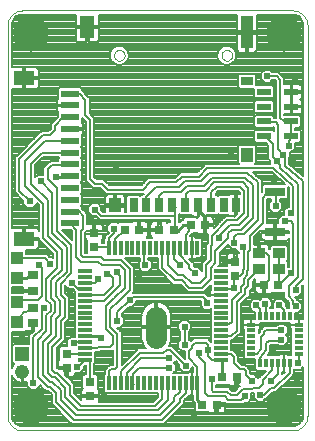
<source format=gtl>
G75*
%MOIN*%
%OFA0B0*%
%FSLAX24Y24*%
%IPPOS*%
%LPD*%
%AMOC8*
5,1,8,0,0,1.08239X$1,22.5*
%
%ADD10C,0.0000*%
%ADD11R,0.0315X0.0126*%
%ADD12R,0.0126X0.0315*%
%ADD13R,0.0394X0.0472*%
%ADD14R,0.0276X0.0472*%
%ADD15R,0.0512X0.0748*%
%ADD16R,0.0394X0.1102*%
%ADD17R,0.0394X0.0315*%
%ADD18R,0.0315X0.0315*%
%ADD19C,0.0709*%
%ADD20R,0.0476X0.0476*%
%ADD21C,0.0476*%
%ADD22R,0.0610X0.0236*%
%ADD23R,0.0709X0.0472*%
%ADD24R,0.0472X0.0236*%
%ADD25R,0.0472X0.0118*%
%ADD26R,0.0118X0.0472*%
%ADD27R,0.0669X0.0315*%
%ADD28R,0.0394X0.0433*%
%ADD29R,0.0354X0.0276*%
%ADD30R,0.0394X0.0354*%
%ADD31C,0.0079*%
%ADD32C,0.0100*%
%ADD33C,0.0240*%
%ADD34C,0.1181*%
D10*
X000301Y000700D02*
X000301Y013700D01*
X000303Y013744D01*
X000309Y013787D01*
X000318Y013829D01*
X000331Y013871D01*
X000348Y013911D01*
X000368Y013950D01*
X000391Y013987D01*
X000418Y014021D01*
X000447Y014054D01*
X000480Y014083D01*
X000514Y014110D01*
X000551Y014133D01*
X000590Y014153D01*
X000630Y014170D01*
X000672Y014183D01*
X000714Y014192D01*
X000757Y014198D01*
X000801Y014200D01*
X009801Y014200D01*
X009845Y014198D01*
X009888Y014192D01*
X009930Y014183D01*
X009972Y014170D01*
X010012Y014153D01*
X010051Y014133D01*
X010088Y014110D01*
X010122Y014083D01*
X010155Y014054D01*
X010184Y014021D01*
X010211Y013987D01*
X010234Y013950D01*
X010254Y013911D01*
X010271Y013871D01*
X010284Y013829D01*
X010293Y013787D01*
X010299Y013744D01*
X010301Y013700D01*
X010301Y000700D01*
X010299Y000656D01*
X010293Y000613D01*
X010284Y000571D01*
X010271Y000529D01*
X010254Y000489D01*
X010234Y000450D01*
X010211Y000413D01*
X010184Y000379D01*
X010155Y000346D01*
X010122Y000317D01*
X010088Y000290D01*
X010051Y000267D01*
X010012Y000247D01*
X009972Y000230D01*
X009930Y000217D01*
X009888Y000208D01*
X009845Y000202D01*
X009801Y000200D01*
X000801Y000200D01*
X000757Y000202D01*
X000714Y000208D01*
X000672Y000217D01*
X000630Y000230D01*
X000590Y000247D01*
X000551Y000267D01*
X000514Y000290D01*
X000480Y000317D01*
X000447Y000346D01*
X000418Y000379D01*
X000391Y000413D01*
X000368Y000450D01*
X000348Y000489D01*
X000331Y000529D01*
X000318Y000571D01*
X000309Y000613D01*
X000303Y000656D01*
X000301Y000700D01*
X003853Y012704D02*
X003855Y012730D01*
X003861Y012756D01*
X003870Y012780D01*
X003883Y012803D01*
X003900Y012823D01*
X003919Y012841D01*
X003941Y012856D01*
X003964Y012867D01*
X003989Y012875D01*
X004015Y012879D01*
X004041Y012879D01*
X004067Y012875D01*
X004092Y012867D01*
X004116Y012856D01*
X004137Y012841D01*
X004156Y012823D01*
X004173Y012803D01*
X004186Y012780D01*
X004195Y012756D01*
X004201Y012730D01*
X004203Y012704D01*
X004201Y012678D01*
X004195Y012652D01*
X004186Y012628D01*
X004173Y012605D01*
X004156Y012585D01*
X004137Y012567D01*
X004115Y012552D01*
X004092Y012541D01*
X004067Y012533D01*
X004041Y012529D01*
X004015Y012529D01*
X003989Y012533D01*
X003964Y012541D01*
X003940Y012552D01*
X003919Y012567D01*
X003900Y012585D01*
X003883Y012605D01*
X003870Y012628D01*
X003861Y012652D01*
X003855Y012678D01*
X003853Y012704D01*
X007436Y012704D02*
X007438Y012730D01*
X007444Y012756D01*
X007453Y012780D01*
X007466Y012803D01*
X007483Y012823D01*
X007502Y012841D01*
X007524Y012856D01*
X007547Y012867D01*
X007572Y012875D01*
X007598Y012879D01*
X007624Y012879D01*
X007650Y012875D01*
X007675Y012867D01*
X007699Y012856D01*
X007720Y012841D01*
X007739Y012823D01*
X007756Y012803D01*
X007769Y012780D01*
X007778Y012756D01*
X007784Y012730D01*
X007786Y012704D01*
X007784Y012678D01*
X007778Y012652D01*
X007769Y012628D01*
X007756Y012605D01*
X007739Y012585D01*
X007720Y012567D01*
X007698Y012552D01*
X007675Y012541D01*
X007650Y012533D01*
X007624Y012529D01*
X007598Y012529D01*
X007572Y012533D01*
X007547Y012541D01*
X007523Y012552D01*
X007502Y012567D01*
X007483Y012585D01*
X007466Y012605D01*
X007453Y012628D01*
X007444Y012652D01*
X007438Y012678D01*
X007436Y012704D01*
D11*
X008433Y003731D03*
X008433Y003534D03*
X008433Y003337D03*
X008433Y003141D03*
X008433Y002944D03*
X008433Y002747D03*
X010007Y002747D03*
X010007Y002944D03*
X010007Y003141D03*
X010007Y003337D03*
X010007Y003534D03*
X010007Y003731D03*
D12*
X009712Y004026D03*
X009515Y004026D03*
X009318Y004026D03*
X009122Y004026D03*
X008925Y004026D03*
X008728Y004026D03*
X008728Y002452D03*
X008925Y002452D03*
X009122Y002452D03*
X009318Y002452D03*
X009515Y002452D03*
X009712Y002452D03*
D13*
X008280Y009397D03*
X003890Y007704D03*
D14*
X004501Y007704D03*
X004934Y007704D03*
X005367Y007704D03*
X005800Y007704D03*
X006233Y007704D03*
X006666Y007704D03*
X007099Y007704D03*
X007532Y007704D03*
X007906Y007704D03*
D15*
X002965Y013649D03*
D16*
X008280Y013472D03*
D17*
X008280Y011838D03*
D18*
X006875Y007051D03*
X006403Y007051D03*
X005835Y006883D03*
X005362Y006883D03*
X004690Y006893D03*
X004218Y006893D03*
X003194Y006799D03*
X003194Y006326D03*
X002269Y002759D03*
X002269Y002287D03*
X003057Y001814D03*
X003057Y001342D03*
X006797Y001066D03*
X007269Y001066D03*
X007466Y001972D03*
X007938Y001972D03*
X008844Y005043D03*
X009316Y005043D03*
X007899Y005358D03*
X007899Y005830D03*
D19*
X005261Y003996D02*
X005261Y003287D01*
D20*
X000797Y002754D03*
D21*
X000797Y002164D03*
D22*
X002380Y007102D03*
X002380Y007495D03*
X002380Y007889D03*
X002380Y008283D03*
X002380Y008676D03*
X002380Y009070D03*
X002380Y009464D03*
X002380Y009858D03*
X002380Y010251D03*
X002380Y010645D03*
X002380Y011039D03*
X002380Y011432D03*
D23*
X000854Y011944D03*
X000854Y006590D03*
D24*
X008850Y010008D03*
X008850Y010500D03*
X008850Y010992D03*
X008850Y011485D03*
X009755Y011485D03*
X009755Y010992D03*
X009755Y010500D03*
X009755Y010008D03*
D25*
X007419Y005510D03*
X007419Y005313D03*
X007419Y005116D03*
X007419Y004919D03*
X007419Y004722D03*
X007419Y004526D03*
X007419Y004329D03*
X007419Y004132D03*
X007419Y003935D03*
X007419Y003738D03*
X007419Y003541D03*
X007419Y003344D03*
X007419Y003148D03*
X007419Y002951D03*
X007419Y002754D03*
X007419Y002557D03*
X002892Y002557D03*
X002892Y002754D03*
X002892Y002951D03*
X002892Y003148D03*
X002892Y003344D03*
X002892Y003541D03*
X002892Y003738D03*
X002892Y003935D03*
X002892Y004132D03*
X002892Y004329D03*
X002892Y004526D03*
X002892Y004722D03*
X002892Y004919D03*
X002892Y005116D03*
X002892Y005313D03*
X002892Y005510D03*
D26*
X003679Y006297D03*
X003876Y006297D03*
X004073Y006297D03*
X004270Y006297D03*
X004467Y006297D03*
X004663Y006297D03*
X004860Y006297D03*
X005057Y006297D03*
X005254Y006297D03*
X005451Y006297D03*
X005648Y006297D03*
X005845Y006297D03*
X006041Y006297D03*
X006238Y006297D03*
X006435Y006297D03*
X006632Y006297D03*
X006632Y001770D03*
X006435Y001770D03*
X006238Y001770D03*
X006041Y001770D03*
X005845Y001770D03*
X005648Y001770D03*
X005451Y001770D03*
X005254Y001770D03*
X005057Y001770D03*
X004860Y001770D03*
X004663Y001770D03*
X004467Y001770D03*
X004270Y001770D03*
X004073Y001770D03*
X003876Y001770D03*
X003679Y001770D03*
D27*
X009228Y006825D03*
X009228Y008164D03*
D28*
X000609Y005954D03*
X000609Y005284D03*
X000609Y004480D03*
X000609Y003810D03*
D29*
X001141Y003783D03*
X001141Y004294D03*
X001145Y004863D03*
X001145Y005375D03*
D30*
X008686Y005594D03*
X008686Y006106D03*
X009356Y006106D03*
X009356Y005594D03*
D31*
X000447Y000630D02*
X000501Y000500D01*
X000600Y000400D01*
X000730Y000347D01*
X000801Y000340D01*
X009801Y000340D01*
X009871Y000347D01*
X010001Y000400D01*
X010100Y000500D01*
X010154Y000630D01*
X010161Y000700D01*
X010161Y002310D01*
X010077Y002225D01*
X009895Y002225D01*
X009871Y002249D01*
X009849Y002227D01*
X009849Y002072D01*
X009768Y001991D01*
X009256Y001479D01*
X009138Y001479D01*
X008901Y001243D01*
X008897Y001243D01*
X008817Y001162D01*
X008635Y001162D01*
X008506Y001290D01*
X008506Y001439D01*
X008427Y001439D01*
X008433Y001433D01*
X008433Y001251D01*
X008305Y001123D01*
X008191Y001123D01*
X008153Y001085D01*
X007605Y001085D01*
X007566Y001125D01*
X007566Y001106D01*
X007309Y001106D01*
X007309Y001027D01*
X007566Y001027D01*
X007566Y000891D01*
X007556Y000855D01*
X007538Y000823D01*
X007512Y000797D01*
X007480Y000779D01*
X007445Y000770D01*
X007309Y000770D01*
X007309Y001027D01*
X007230Y001027D01*
X007230Y000770D01*
X007093Y000770D01*
X007058Y000779D01*
X007026Y000797D01*
X007005Y000819D01*
X006995Y000810D01*
X006598Y000810D01*
X006540Y000868D01*
X006540Y001112D01*
X006483Y001169D01*
X006483Y001394D01*
X006435Y001394D01*
X006376Y001394D01*
X006303Y001321D01*
X006303Y001321D01*
X006187Y001206D01*
X006187Y001088D01*
X006106Y001006D01*
X005516Y000416D01*
X002448Y000416D01*
X002367Y000497D01*
X001857Y001006D01*
X001776Y001088D01*
X001776Y001403D01*
X001660Y001518D01*
X001582Y001518D01*
X001500Y001599D01*
X001386Y001714D01*
X001386Y001684D01*
X001258Y001556D01*
X001076Y001556D01*
X000947Y001684D01*
X000947Y001817D01*
X000907Y001801D01*
X000834Y001786D01*
X000827Y001786D01*
X000827Y002134D01*
X000768Y002134D01*
X000768Y001786D01*
X000760Y001786D01*
X000687Y001801D01*
X000619Y001829D01*
X000557Y001871D01*
X000504Y001923D01*
X000463Y001985D01*
X000440Y002041D01*
X000440Y000700D01*
X000447Y000630D01*
X000444Y000664D02*
X002200Y000664D01*
X002123Y000741D02*
X000440Y000741D01*
X000440Y000818D02*
X002046Y000818D01*
X001968Y000895D02*
X000440Y000895D01*
X000440Y000973D02*
X001891Y000973D01*
X001814Y001050D02*
X000440Y001050D01*
X000440Y001127D02*
X001776Y001127D01*
X001776Y001204D02*
X000440Y001204D01*
X000440Y001282D02*
X001776Y001282D01*
X001776Y001359D02*
X000440Y001359D01*
X000440Y001436D02*
X001743Y001436D01*
X001665Y001513D02*
X000440Y001513D01*
X000440Y001591D02*
X001041Y001591D01*
X000964Y001668D02*
X000440Y001668D01*
X000440Y001745D02*
X000947Y001745D01*
X000827Y001822D02*
X000768Y001822D01*
X000768Y001900D02*
X000827Y001900D01*
X000827Y001977D02*
X000768Y001977D01*
X000768Y002054D02*
X000827Y002054D01*
X000827Y002131D02*
X000768Y002131D01*
X000528Y001900D02*
X000440Y001900D01*
X000440Y001977D02*
X000469Y001977D01*
X000440Y001822D02*
X000636Y001822D01*
X000440Y002286D02*
X000440Y003494D01*
X000847Y003494D01*
X000883Y003530D01*
X000910Y003515D01*
X000945Y003505D01*
X001111Y003505D01*
X001111Y003753D01*
X001170Y003753D01*
X001170Y003510D01*
X001028Y003368D01*
X001028Y003091D01*
X000518Y003091D01*
X000460Y003033D01*
X000460Y002475D01*
X000518Y002417D01*
X000504Y002404D01*
X000463Y002342D01*
X000440Y002286D01*
X000440Y002363D02*
X000477Y002363D01*
X000495Y002440D02*
X000440Y002440D01*
X000440Y002517D02*
X000460Y002517D01*
X000460Y002595D02*
X000440Y002595D01*
X000440Y002672D02*
X000460Y002672D01*
X000460Y002749D02*
X000440Y002749D01*
X000440Y002826D02*
X000460Y002826D01*
X000460Y002904D02*
X000440Y002904D01*
X000440Y002981D02*
X000460Y002981D01*
X000440Y003058D02*
X000485Y003058D01*
X000440Y003135D02*
X001028Y003135D01*
X001028Y003213D02*
X000440Y003213D01*
X000440Y003290D02*
X001028Y003290D01*
X001028Y003367D02*
X000440Y003367D01*
X000440Y003444D02*
X001104Y003444D01*
X001111Y003522D02*
X001170Y003522D01*
X001170Y003599D02*
X001111Y003599D01*
X001111Y003676D02*
X001170Y003676D01*
X001442Y003586D02*
X001167Y003310D01*
X001167Y001775D01*
X001293Y001591D02*
X001509Y001591D01*
X001432Y001668D02*
X001370Y001668D01*
X001639Y001657D02*
X001324Y001972D01*
X001324Y003232D01*
X001600Y003507D01*
X001600Y004059D01*
X001738Y004196D01*
X001738Y004413D01*
X001600Y004551D01*
X001600Y005259D01*
X001954Y005614D01*
X001954Y006145D01*
X001482Y006618D01*
X001482Y007759D01*
X000891Y008350D01*
X000891Y009177D01*
X001560Y009846D01*
X002368Y009846D01*
X002400Y010232D02*
X002400Y010271D01*
X002824Y010271D01*
X002824Y010388D01*
X002815Y010423D01*
X002797Y010455D01*
X002775Y010476D01*
X002784Y010486D01*
X002784Y010630D01*
X002918Y010497D01*
X002918Y008529D01*
X002999Y008447D01*
X003157Y008290D01*
X003393Y008290D01*
X003590Y008093D01*
X004847Y008093D01*
X004834Y008080D01*
X004795Y008040D01*
X004795Y008040D01*
X004755Y008040D01*
X004717Y008002D01*
X004680Y008040D01*
X004322Y008040D01*
X004263Y007981D01*
X004263Y007489D01*
X004227Y007489D01*
X004227Y007665D01*
X003930Y007665D01*
X003930Y007743D01*
X004227Y007743D01*
X004227Y007959D01*
X004217Y007994D01*
X004199Y008026D01*
X004173Y008052D01*
X004141Y008070D01*
X004106Y008080D01*
X003930Y008080D01*
X003930Y007743D01*
X003851Y007743D01*
X003851Y007665D01*
X003554Y007665D01*
X003554Y007489D01*
X003484Y007489D01*
X003433Y007539D01*
X003433Y007653D01*
X003305Y007782D01*
X003123Y007782D01*
X002995Y007653D01*
X002995Y007472D01*
X003123Y007343D01*
X003237Y007343D01*
X003369Y007211D01*
X005730Y007211D01*
X005730Y007140D01*
X005636Y007140D01*
X005627Y007131D01*
X005605Y007152D01*
X005574Y007171D01*
X005538Y007180D01*
X005402Y007180D01*
X005402Y006923D01*
X005323Y006923D01*
X005323Y007180D01*
X005187Y007180D01*
X005151Y007171D01*
X005119Y007152D01*
X004944Y007152D01*
X004933Y007162D02*
X004902Y007181D01*
X004866Y007190D01*
X004730Y007190D01*
X004730Y006933D01*
X004651Y006933D01*
X004651Y007190D01*
X004515Y007190D01*
X004479Y007181D01*
X004447Y007162D01*
X004426Y007141D01*
X004417Y007150D01*
X004019Y007150D01*
X003978Y007109D01*
X003935Y007152D01*
X004437Y007152D01*
X004651Y007152D02*
X004730Y007152D01*
X004730Y007075D02*
X004651Y007075D01*
X004651Y006997D02*
X004730Y006997D01*
X004730Y006933D02*
X004987Y006933D01*
X004987Y007069D01*
X004978Y007104D01*
X004959Y007136D01*
X004933Y007162D01*
X004986Y007075D02*
X005070Y007075D01*
X005066Y007059D02*
X005075Y007095D01*
X005093Y007126D01*
X005119Y007152D01*
X005066Y007059D02*
X005066Y006923D01*
X005323Y006923D01*
X005323Y006844D01*
X005066Y006844D01*
X005066Y006707D01*
X005075Y006672D01*
X005093Y006640D01*
X005101Y006633D01*
X004942Y006633D01*
X004959Y006650D01*
X004978Y006682D01*
X004987Y006717D01*
X004987Y006854D01*
X004730Y006854D01*
X004730Y006933D01*
X004730Y006920D02*
X005323Y006920D01*
X005323Y006997D02*
X005402Y006997D01*
X005402Y007075D02*
X005323Y007075D01*
X005323Y007152D02*
X005402Y007152D01*
X005606Y007152D02*
X005730Y007152D01*
X005869Y007350D02*
X005869Y007635D01*
X006016Y007406D02*
X006008Y007397D01*
X006008Y007140D01*
X006033Y007140D01*
X006039Y007134D01*
X006105Y007200D01*
X006146Y007200D01*
X006146Y007249D01*
X006204Y007307D01*
X006602Y007307D01*
X006611Y007298D01*
X006632Y007320D01*
X006664Y007338D01*
X006696Y007346D01*
X006696Y007674D01*
X006636Y007674D01*
X006636Y007328D01*
X006510Y007328D01*
X006474Y007338D01*
X006443Y007356D01*
X006421Y007378D01*
X006412Y007368D01*
X006054Y007368D01*
X006016Y007406D01*
X006008Y007384D02*
X006039Y007384D01*
X006008Y007306D02*
X006203Y007306D01*
X006146Y007229D02*
X006008Y007229D01*
X006008Y007152D02*
X006057Y007152D01*
X005869Y007350D02*
X005869Y006908D01*
X005835Y006883D01*
X005869Y007350D02*
X003427Y007350D01*
X003214Y007562D01*
X003083Y007384D02*
X002959Y007384D01*
X002959Y007423D02*
X002878Y007504D01*
X002821Y007561D01*
X002784Y007598D01*
X002784Y007655D01*
X002747Y007692D01*
X002784Y007730D01*
X002784Y008048D01*
X002747Y008086D01*
X002784Y008123D01*
X002784Y008442D01*
X002747Y008480D01*
X002784Y008517D01*
X002784Y008836D01*
X002747Y008873D01*
X002784Y008911D01*
X002784Y009229D01*
X002747Y009267D01*
X002784Y009305D01*
X002784Y009623D01*
X002747Y009661D01*
X002784Y009698D01*
X002784Y010017D01*
X002775Y010026D01*
X002797Y010048D01*
X002815Y010079D01*
X002824Y010115D01*
X002824Y010232D01*
X002400Y010232D01*
X002400Y010241D02*
X002918Y010241D01*
X002918Y010164D02*
X002824Y010164D01*
X002817Y010087D02*
X002918Y010087D01*
X002918Y010010D02*
X002784Y010010D01*
X002784Y009933D02*
X002918Y009933D01*
X002918Y009855D02*
X002784Y009855D01*
X002784Y009778D02*
X002918Y009778D01*
X002918Y009701D02*
X002784Y009701D01*
X002784Y009624D02*
X002918Y009624D01*
X002918Y009546D02*
X002784Y009546D01*
X002784Y009469D02*
X002918Y009469D01*
X002918Y009392D02*
X002784Y009392D01*
X002784Y009315D02*
X002918Y009315D01*
X002918Y009237D02*
X002776Y009237D01*
X002784Y009160D02*
X002918Y009160D01*
X002918Y009083D02*
X002784Y009083D01*
X002784Y009006D02*
X002918Y009006D01*
X002918Y008928D02*
X002784Y008928D01*
X002769Y008851D02*
X002918Y008851D01*
X002918Y008774D02*
X002784Y008774D01*
X002784Y008697D02*
X002918Y008697D01*
X002918Y008619D02*
X002784Y008619D01*
X002784Y008542D02*
X002918Y008542D01*
X002981Y008465D02*
X002761Y008465D01*
X002784Y008388D02*
X003059Y008388D01*
X002999Y008447D02*
X002999Y008447D01*
X003057Y008586D02*
X003214Y008429D01*
X003450Y008429D01*
X003647Y008232D01*
X004809Y008232D01*
X005045Y008468D01*
X005931Y008468D01*
X006127Y008665D01*
X006679Y008665D01*
X006954Y008940D01*
X009159Y008940D01*
X009828Y008350D01*
X009828Y007523D01*
X009749Y007444D01*
X009610Y007615D02*
X009457Y007615D01*
X009457Y007590D02*
X009329Y007461D01*
X009147Y007461D01*
X009018Y007590D01*
X009018Y007771D01*
X009099Y007852D01*
X009099Y007907D01*
X008951Y007907D01*
X008943Y007899D01*
X008943Y007122D01*
X009188Y007122D01*
X009188Y006864D01*
X009188Y006786D01*
X008754Y006786D01*
X008754Y006649D01*
X008763Y006614D01*
X008781Y006582D01*
X008807Y006556D01*
X008839Y006538D01*
X008875Y006528D01*
X009188Y006528D01*
X009188Y006786D01*
X009267Y006786D01*
X009689Y006786D01*
X009689Y006864D01*
X009267Y006864D01*
X009267Y006786D01*
X009267Y006528D01*
X009581Y006528D01*
X009616Y006538D01*
X009648Y006556D01*
X009674Y006582D01*
X009689Y006609D01*
X009689Y005656D01*
X009659Y005656D01*
X009652Y005649D01*
X009652Y005812D01*
X009614Y005850D01*
X009652Y005887D01*
X009652Y006324D01*
X009594Y006382D01*
X009118Y006382D01*
X009060Y006324D01*
X009060Y006263D01*
X009023Y006263D01*
X009023Y006301D01*
X009013Y006337D01*
X008995Y006368D01*
X008969Y006394D01*
X008937Y006413D01*
X008902Y006422D01*
X008726Y006422D01*
X008726Y006263D01*
X008647Y006263D01*
X008647Y006422D01*
X008510Y006422D01*
X008510Y006639D01*
X008754Y006882D01*
X008754Y006864D01*
X009188Y006864D01*
X009267Y006864D01*
X009267Y007122D01*
X009333Y007122D01*
X009333Y007260D01*
X009462Y007388D01*
X009530Y007388D01*
X009530Y007535D01*
X009659Y007664D01*
X009689Y007664D01*
X009689Y008287D01*
X009662Y008312D01*
X009662Y007965D01*
X009603Y007907D01*
X009376Y007907D01*
X009376Y007852D01*
X009457Y007771D01*
X009457Y007590D01*
X009405Y007538D02*
X009533Y007538D01*
X009530Y007461D02*
X008943Y007461D01*
X008943Y007538D02*
X009070Y007538D01*
X009018Y007615D02*
X008943Y007615D01*
X008943Y007693D02*
X009018Y007693D01*
X009018Y007770D02*
X008943Y007770D01*
X008943Y007847D02*
X009094Y007847D01*
X009238Y007681D02*
X009238Y008016D01*
X009228Y008164D01*
X009296Y008074D01*
X008923Y008074D01*
X008805Y007956D01*
X008805Y007129D01*
X008371Y006696D01*
X008371Y006224D01*
X008332Y006165D01*
X008332Y005555D01*
X008293Y005515D01*
X008293Y005377D01*
X008175Y005240D01*
X008175Y005082D01*
X008076Y004984D01*
X008076Y004826D01*
X008057Y004807D01*
X007781Y004551D01*
X007781Y003822D01*
X007697Y003738D01*
X007419Y003738D01*
X007419Y003344D02*
X007756Y003344D01*
X007938Y003507D01*
X007938Y004472D01*
X008234Y004747D01*
X008234Y004905D01*
X008332Y005003D01*
X008332Y005200D01*
X008686Y005594D01*
X008552Y005237D02*
X008547Y005219D01*
X008547Y005082D01*
X008805Y005082D01*
X008805Y005003D01*
X008883Y005003D01*
X008883Y004746D01*
X009020Y004746D01*
X009055Y004755D01*
X009087Y004774D01*
X009108Y004795D01*
X009118Y004786D01*
X009515Y004786D01*
X009532Y004803D01*
X009532Y004631D01*
X009689Y004473D01*
X009689Y004427D01*
X009688Y004425D01*
X009688Y004283D01*
X009642Y004283D01*
X009575Y004350D01*
X009575Y004464D01*
X009447Y004593D01*
X009265Y004593D01*
X009136Y004464D01*
X009136Y004283D01*
X009063Y004283D01*
X009063Y004302D01*
X009103Y004342D01*
X009103Y004523D01*
X008974Y004652D01*
X008792Y004652D01*
X008706Y004566D01*
X008679Y004593D01*
X008497Y004593D01*
X008369Y004464D01*
X008369Y004283D01*
X008497Y004154D01*
X008566Y004154D01*
X008566Y003933D01*
X008433Y003933D01*
X008433Y003731D01*
X008433Y003731D01*
X008729Y003731D01*
X008729Y003650D01*
X008720Y003614D01*
X008702Y003583D01*
X008689Y003570D01*
X008689Y003455D01*
X008725Y003490D01*
X008725Y003545D01*
X008784Y003604D01*
X008865Y003685D01*
X009263Y003685D01*
X009344Y003766D01*
X009525Y003766D01*
X009654Y003638D01*
X009654Y003456D01*
X009587Y003389D01*
X009654Y003323D01*
X009654Y003141D01*
X009525Y003012D01*
X009344Y003012D01*
X009302Y003054D01*
X009061Y003054D01*
X009061Y002889D01*
X009069Y002844D01*
X009061Y002833D01*
X009061Y002820D01*
X009029Y002787D01*
X008973Y002708D01*
X009355Y002708D01*
X009367Y002721D01*
X009398Y002739D01*
X009434Y002748D01*
X009515Y002748D01*
X009515Y002452D01*
X009515Y002452D01*
X009515Y002748D01*
X009597Y002748D01*
X009632Y002739D01*
X009664Y002721D01*
X009676Y002708D01*
X009751Y002708D01*
X009751Y003570D01*
X009738Y003583D01*
X009720Y003614D01*
X009711Y003650D01*
X009711Y003731D01*
X010007Y003731D01*
X010007Y003731D01*
X009711Y003731D01*
X009711Y003770D01*
X008729Y003770D01*
X008729Y003731D01*
X008433Y003731D01*
X008433Y003731D01*
X008433Y003933D01*
X008257Y003933D01*
X008221Y003924D01*
X008190Y003906D01*
X008164Y003880D01*
X008145Y003848D01*
X008136Y003812D01*
X008136Y003731D01*
X008136Y003650D01*
X008145Y003614D01*
X008164Y003583D01*
X008176Y003570D01*
X008176Y002643D01*
X008234Y002584D01*
X008566Y002584D01*
X008566Y002253D01*
X008624Y002195D01*
X008910Y002195D01*
X008666Y001951D01*
X008666Y001948D01*
X008541Y002073D01*
X008427Y002073D01*
X008392Y002108D01*
X008392Y002226D01*
X008311Y002307D01*
X008232Y002386D01*
X008114Y002386D01*
X007998Y002502D01*
X007998Y002699D01*
X007917Y002780D01*
X007804Y002893D01*
X007755Y002893D01*
X007755Y003206D01*
X007805Y003203D01*
X007809Y003206D01*
X007813Y003206D01*
X007851Y003244D01*
X007991Y003369D01*
X007996Y003369D01*
X008034Y003406D01*
X008074Y003442D01*
X008074Y003447D01*
X008077Y003450D01*
X008077Y003503D01*
X008080Y003557D01*
X008077Y003560D01*
X008077Y004412D01*
X008288Y004609D01*
X008291Y004609D01*
X008330Y004648D01*
X008370Y004685D01*
X008370Y004688D01*
X008372Y004690D01*
X008372Y004745D01*
X008374Y004800D01*
X008372Y004802D01*
X008372Y004847D01*
X008390Y004865D01*
X008471Y004946D01*
X008471Y005147D01*
X008552Y005237D01*
X008548Y005221D02*
X008537Y005221D01*
X008547Y005144D02*
X008471Y005144D01*
X008471Y005066D02*
X008805Y005066D01*
X008844Y005043D02*
X009001Y005220D01*
X009001Y006027D01*
X008903Y006106D01*
X008686Y006106D01*
X008647Y006302D02*
X008726Y006302D01*
X008726Y006379D02*
X008647Y006379D01*
X008510Y006457D02*
X009689Y006457D01*
X009689Y006534D02*
X009602Y006534D01*
X009597Y006379D02*
X009689Y006379D01*
X009689Y006302D02*
X009652Y006302D01*
X009652Y006225D02*
X009689Y006225D01*
X009689Y006148D02*
X009652Y006148D01*
X009652Y006071D02*
X009689Y006071D01*
X009689Y005993D02*
X009652Y005993D01*
X009652Y005916D02*
X009689Y005916D01*
X009689Y005839D02*
X009625Y005839D01*
X009652Y005762D02*
X009689Y005762D01*
X009689Y005684D02*
X009652Y005684D01*
X009828Y005535D02*
X009749Y005436D01*
X009395Y005082D01*
X009356Y005082D01*
X009316Y005043D01*
X009356Y005082D02*
X009356Y005594D01*
X009356Y006106D01*
X009115Y006379D02*
X008984Y006379D01*
X009022Y006302D02*
X009060Y006302D01*
X009188Y006534D02*
X009267Y006534D01*
X009267Y006611D02*
X009188Y006611D01*
X009188Y006688D02*
X009267Y006688D01*
X009267Y006766D02*
X009188Y006766D01*
X009228Y006825D02*
X009237Y006834D01*
X009474Y006834D01*
X009513Y006795D01*
X009689Y006843D02*
X009267Y006843D01*
X009267Y006920D02*
X009188Y006920D01*
X009188Y006843D02*
X008714Y006843D01*
X008754Y006766D02*
X008637Y006766D01*
X008560Y006688D02*
X008754Y006688D01*
X008765Y006611D02*
X008510Y006611D01*
X008510Y006534D02*
X008853Y006534D01*
X009188Y006997D02*
X009267Y006997D01*
X009267Y007075D02*
X009188Y007075D01*
X009333Y007152D02*
X008943Y007152D01*
X008943Y007229D02*
X009333Y007229D01*
X009380Y007306D02*
X008943Y007306D01*
X008943Y007384D02*
X009457Y007384D01*
X009553Y007169D02*
X009749Y007169D01*
X009828Y007090D01*
X009828Y005535D01*
X009986Y005318D02*
X009986Y008429D01*
X009395Y008940D01*
X009395Y009059D01*
X009277Y009177D01*
X009139Y009315D01*
X009139Y009746D01*
X008929Y009996D01*
X008850Y010008D01*
X008920Y009791D02*
X008572Y009791D01*
X008514Y009849D01*
X008514Y010167D01*
X008572Y010226D01*
X009127Y010226D01*
X009178Y010175D01*
X009178Y010333D01*
X009127Y010283D01*
X008572Y010283D01*
X008514Y010341D01*
X008514Y010660D01*
X008572Y010718D01*
X009127Y010718D01*
X009185Y010660D01*
X009185Y010615D01*
X009256Y010615D01*
X009256Y011836D01*
X009220Y011873D01*
X009134Y011873D01*
X009053Y011792D01*
X008871Y011792D01*
X008743Y011920D01*
X008743Y012102D01*
X008871Y012231D01*
X009053Y012231D01*
X009134Y012150D01*
X009334Y012150D01*
X009453Y012032D01*
X009453Y012032D01*
X009534Y011951D01*
X009534Y011742D01*
X009736Y011742D01*
X009736Y011504D01*
X009775Y011504D01*
X010131Y011504D01*
X010131Y011621D01*
X010121Y011656D01*
X010103Y011688D01*
X010077Y011714D01*
X010045Y011733D01*
X010010Y011742D01*
X009775Y011742D01*
X009775Y011504D01*
X009775Y011465D01*
X010131Y011465D01*
X010131Y011348D01*
X010121Y011313D01*
X010103Y011281D01*
X010077Y011255D01*
X010049Y011239D01*
X010077Y011222D01*
X010103Y011196D01*
X010121Y011164D01*
X010131Y011129D01*
X010131Y011012D01*
X009775Y011012D01*
X009775Y010973D01*
X010131Y010973D01*
X010131Y010856D01*
X010121Y010821D01*
X010103Y010789D01*
X010077Y010763D01*
X010045Y010744D01*
X010010Y010735D01*
X009775Y010735D01*
X009775Y010973D01*
X009736Y010973D01*
X009736Y010735D01*
X009534Y010735D01*
X009534Y010718D01*
X010033Y010718D01*
X010091Y010660D01*
X010091Y010341D01*
X010033Y010283D01*
X009894Y010283D01*
X009894Y010226D01*
X010033Y010226D01*
X010091Y010167D01*
X010091Y009849D01*
X010033Y009791D01*
X009879Y009791D01*
X009890Y009779D01*
X009890Y009598D01*
X009762Y009469D01*
X010161Y009469D01*
X010161Y009392D02*
X009713Y009392D01*
X009713Y009469D02*
X009762Y009469D01*
X009713Y009469D02*
X009713Y009302D01*
X009691Y009281D01*
X009691Y009082D01*
X010161Y008675D01*
X010161Y013700D01*
X010154Y013771D01*
X010100Y013901D01*
X010001Y014000D01*
X009871Y014054D01*
X009801Y014061D01*
X008611Y014061D01*
X008616Y014041D01*
X008616Y013511D01*
X008320Y013511D01*
X008320Y013432D01*
X008616Y013432D01*
X008616Y012902D01*
X008607Y012867D01*
X008589Y012835D01*
X008563Y012809D01*
X008531Y012791D01*
X008495Y012781D01*
X008320Y012781D01*
X008320Y013432D01*
X008241Y013432D01*
X008241Y012781D01*
X008065Y012781D01*
X008030Y012791D01*
X007998Y012809D01*
X007972Y012835D01*
X007953Y012867D01*
X007944Y012902D01*
X007944Y013432D01*
X008241Y013432D01*
X008241Y013511D01*
X007944Y013511D01*
X007944Y014041D01*
X007949Y014061D01*
X003355Y014061D01*
X003360Y014041D01*
X003360Y013688D01*
X003005Y013688D01*
X003005Y013610D01*
X003360Y013610D01*
X003360Y013257D01*
X003351Y013221D01*
X003333Y013189D01*
X003307Y013163D01*
X003275Y013145D01*
X003239Y013136D01*
X003005Y013136D01*
X003005Y013610D01*
X002926Y013610D01*
X002570Y013610D01*
X002570Y013257D01*
X002579Y013221D01*
X002598Y013189D01*
X002624Y013163D01*
X002655Y013145D01*
X002691Y013136D01*
X002926Y013136D01*
X002926Y013610D01*
X002926Y013688D01*
X002570Y013688D01*
X002570Y014041D01*
X002575Y014061D01*
X000801Y014061D01*
X000730Y014054D01*
X000600Y014000D01*
X000501Y013901D01*
X000447Y013771D01*
X000440Y013700D01*
X000440Y012307D01*
X000446Y012310D01*
X000482Y012320D01*
X000815Y012320D01*
X000815Y011984D01*
X000894Y011984D01*
X000894Y012320D01*
X001227Y012320D01*
X001262Y012310D01*
X001294Y012292D01*
X001320Y012266D01*
X001339Y012234D01*
X001348Y012199D01*
X001348Y011984D01*
X000894Y011984D01*
X000894Y011905D01*
X001348Y011905D01*
X001348Y011690D01*
X001339Y011654D01*
X001320Y011622D01*
X001294Y011596D01*
X001262Y011578D01*
X001227Y011569D01*
X000894Y011569D01*
X000894Y011905D01*
X000815Y011905D01*
X000815Y011569D01*
X000482Y011569D01*
X000446Y011578D01*
X000440Y011582D01*
X000440Y006952D01*
X000446Y006956D01*
X000482Y006965D01*
X000815Y006965D01*
X000815Y006629D01*
X000894Y006629D01*
X001343Y006629D01*
X001343Y006560D01*
X001815Y006088D01*
X001815Y005964D01*
X001809Y005971D01*
X001707Y005971D01*
X001674Y006007D01*
X001674Y006011D01*
X001636Y006049D01*
X001600Y006089D01*
X001596Y006089D01*
X001593Y006092D01*
X001539Y006092D01*
X001485Y006095D01*
X001482Y006092D01*
X000906Y006092D01*
X000906Y006211D01*
X000903Y006214D01*
X001227Y006214D01*
X001262Y006224D01*
X001294Y006242D01*
X001320Y006268D01*
X001339Y006300D01*
X001348Y006335D01*
X001348Y006550D01*
X000894Y006550D01*
X000894Y006629D01*
X000894Y006965D01*
X001227Y006965D01*
X001262Y006956D01*
X001294Y006938D01*
X001320Y006912D01*
X001339Y006880D01*
X001343Y006863D01*
X001343Y007702D01*
X001268Y007777D01*
X001268Y007747D01*
X001140Y007619D01*
X000958Y007619D01*
X000829Y007747D01*
X000829Y007861D01*
X000556Y008135D01*
X000556Y009313D01*
X000637Y009394D01*
X001424Y010181D01*
X001660Y010181D01*
X001737Y010258D01*
X001737Y010415D01*
X001818Y010496D01*
X001975Y010654D01*
X001975Y010804D01*
X001985Y010814D01*
X001963Y010835D01*
X001945Y010867D01*
X001935Y010902D01*
X001935Y011019D01*
X002360Y011019D01*
X002360Y011058D01*
X001935Y011058D01*
X001935Y011175D01*
X001945Y011211D01*
X001963Y011242D01*
X001985Y011264D01*
X001975Y011273D01*
X001975Y011592D01*
X002034Y011650D01*
X002726Y011650D01*
X002784Y011592D01*
X002784Y011535D01*
X002957Y011363D01*
X003038Y011281D01*
X003038Y010770D01*
X003114Y010693D01*
X003195Y010612D01*
X003195Y008644D01*
X003271Y008567D01*
X003508Y008567D01*
X003589Y008486D01*
X003705Y008370D01*
X004751Y008370D01*
X004987Y008607D01*
X005873Y008607D01*
X005989Y008722D01*
X006070Y008804D01*
X006621Y008804D01*
X006815Y008998D01*
X006815Y008998D01*
X006897Y009079D01*
X008024Y009079D01*
X007984Y009120D01*
X007984Y009674D01*
X008042Y009733D01*
X008518Y009733D01*
X008576Y009674D01*
X008576Y009120D01*
X008536Y009079D01*
X009064Y009079D01*
X009058Y009086D01*
X009058Y009200D01*
X009000Y009257D01*
X009000Y009696D01*
X008920Y009791D01*
X008931Y009778D02*
X003195Y009778D01*
X003195Y009701D02*
X008010Y009701D01*
X007984Y009624D02*
X003195Y009624D01*
X003195Y009546D02*
X007984Y009546D01*
X007984Y009469D02*
X003195Y009469D01*
X003195Y009392D02*
X007984Y009392D01*
X007984Y009315D02*
X003195Y009315D01*
X003195Y009237D02*
X007984Y009237D01*
X007984Y009160D02*
X003195Y009160D01*
X003195Y009083D02*
X008021Y009083D01*
X008293Y008783D02*
X008647Y008468D01*
X008647Y007208D01*
X008175Y006736D01*
X007938Y006736D01*
X007860Y006657D01*
X007860Y006460D01*
X007707Y006302D02*
X007544Y006302D01*
X007621Y006379D02*
X007640Y006379D01*
X007640Y006369D02*
X007769Y006241D01*
X007916Y006241D01*
X007916Y006212D01*
X008001Y006127D01*
X007938Y006127D01*
X007938Y005870D01*
X007860Y005870D01*
X007860Y006127D01*
X007723Y006127D01*
X007688Y006118D01*
X007656Y006099D01*
X007630Y006073D01*
X007612Y006041D01*
X007602Y006006D01*
X007602Y005870D01*
X007860Y005870D01*
X007860Y005791D01*
X007602Y005791D01*
X007602Y005668D01*
X007303Y005668D01*
X007369Y005733D01*
X007369Y006127D01*
X007640Y006399D01*
X007640Y006369D01*
X007663Y006618D02*
X007663Y006775D01*
X007781Y006893D01*
X008096Y006893D01*
X008490Y007287D01*
X008490Y008389D01*
X008214Y008625D01*
X007112Y008625D01*
X006836Y008350D01*
X006285Y008350D01*
X006088Y008153D01*
X005497Y008153D01*
X005367Y008022D01*
X005367Y007704D01*
X004934Y007704D02*
X004934Y007983D01*
X005242Y008310D01*
X006009Y008310D01*
X006206Y008507D01*
X006757Y008507D01*
X007033Y008783D01*
X008293Y008783D01*
X008481Y008802D02*
X009106Y008802D01*
X009538Y008421D01*
X008852Y008421D01*
X008794Y008362D01*
X008794Y008141D01*
X008786Y008134D01*
X008786Y008415D01*
X008789Y008419D01*
X008786Y008472D01*
X008786Y008525D01*
X008782Y008529D01*
X008782Y008533D01*
X008742Y008569D01*
X008705Y008607D01*
X008700Y008607D01*
X008481Y008802D01*
X008512Y008774D02*
X009138Y008774D01*
X009225Y008697D02*
X008599Y008697D01*
X008685Y008619D02*
X009313Y008619D01*
X009400Y008542D02*
X008772Y008542D01*
X008786Y008465D02*
X009488Y008465D01*
X009662Y008310D02*
X009663Y008310D01*
X009662Y008233D02*
X009689Y008233D01*
X009689Y008156D02*
X009662Y008156D01*
X009662Y008079D02*
X009689Y008079D01*
X009689Y008002D02*
X009662Y008002D01*
X009689Y007924D02*
X009621Y007924D01*
X009689Y007847D02*
X009381Y007847D01*
X009457Y007770D02*
X009689Y007770D01*
X009689Y007693D02*
X009457Y007693D01*
X008794Y008156D02*
X008786Y008156D01*
X008786Y008233D02*
X008794Y008233D01*
X008786Y008310D02*
X008794Y008310D01*
X008786Y008388D02*
X008819Y008388D01*
X009061Y009083D02*
X008540Y009083D01*
X008576Y009160D02*
X009058Y009160D01*
X009020Y009237D02*
X008576Y009237D01*
X008576Y009315D02*
X009000Y009315D01*
X009000Y009392D02*
X008576Y009392D01*
X008576Y009469D02*
X009000Y009469D01*
X009000Y009546D02*
X008576Y009546D01*
X008576Y009624D02*
X009000Y009624D01*
X008996Y009701D02*
X008550Y009701D01*
X008514Y009855D02*
X003195Y009855D01*
X003195Y009933D02*
X008514Y009933D01*
X008514Y010010D02*
X003195Y010010D01*
X003195Y010087D02*
X008514Y010087D01*
X008514Y010164D02*
X003195Y010164D01*
X003195Y010241D02*
X009178Y010241D01*
X009178Y010319D02*
X009163Y010319D01*
X009316Y010397D02*
X009238Y010476D01*
X008953Y010476D01*
X008850Y010500D01*
X008560Y010705D02*
X003102Y010705D01*
X003038Y010782D02*
X008565Y010782D01*
X008572Y010775D02*
X009127Y010775D01*
X009185Y010833D01*
X009185Y011152D01*
X009127Y011210D01*
X008572Y011210D01*
X008514Y011152D01*
X008514Y010833D01*
X008572Y010775D01*
X008514Y010859D02*
X003038Y010859D01*
X003038Y010937D02*
X008514Y010937D01*
X008514Y011014D02*
X003038Y011014D01*
X003038Y011091D02*
X008514Y011091D01*
X008531Y011168D02*
X003038Y011168D01*
X003038Y011246D02*
X009256Y011246D01*
X009256Y011323D02*
X009183Y011323D01*
X009185Y011325D02*
X009185Y011644D01*
X009127Y011702D01*
X008576Y011702D01*
X008576Y012037D01*
X008518Y012095D01*
X008042Y012095D01*
X007984Y012037D01*
X007984Y011639D01*
X008042Y011581D01*
X008514Y011581D01*
X008514Y011325D01*
X008572Y011267D01*
X009127Y011267D01*
X009185Y011325D01*
X009185Y011400D02*
X009256Y011400D01*
X009256Y011477D02*
X009185Y011477D01*
X009185Y011555D02*
X009256Y011555D01*
X009256Y011632D02*
X009185Y011632D01*
X009256Y011709D02*
X008576Y011709D01*
X008576Y011786D02*
X009256Y011786D01*
X009229Y011864D02*
X009125Y011864D01*
X009277Y012011D02*
X009395Y011893D01*
X009395Y010633D01*
X009513Y010515D01*
X009740Y010515D01*
X009755Y010500D01*
X009780Y010476D01*
X009631Y010476D01*
X009755Y010500D02*
X009755Y010008D01*
X009833Y010008D01*
X009671Y009846D01*
X009671Y009688D01*
X009890Y009701D02*
X010161Y009701D01*
X010161Y009778D02*
X009890Y009778D01*
X009890Y009624D02*
X010161Y009624D01*
X010161Y009546D02*
X009839Y009546D01*
X009713Y009315D02*
X010161Y009315D01*
X010161Y009237D02*
X009691Y009237D01*
X009691Y009160D02*
X010161Y009160D01*
X010161Y009083D02*
X009691Y009083D01*
X009780Y009006D02*
X010161Y009006D01*
X010161Y008928D02*
X009869Y008928D01*
X009958Y008851D02*
X010161Y008851D01*
X010161Y008774D02*
X010047Y008774D01*
X010136Y008697D02*
X010161Y008697D01*
X010143Y008507D02*
X010143Y005240D01*
X009907Y005003D01*
X009907Y004885D01*
X009889Y004666D02*
X009998Y004666D01*
X010126Y004794D01*
X010126Y004976D01*
X010101Y005001D01*
X010161Y005062D01*
X010161Y003933D01*
X010007Y003933D01*
X009874Y003933D01*
X009874Y004115D01*
X009998Y004115D01*
X010126Y004243D01*
X010126Y004425D01*
X009998Y004553D01*
X009967Y004553D01*
X009967Y004588D01*
X009889Y004666D01*
X009952Y004603D02*
X010161Y004603D01*
X010161Y004680D02*
X010012Y004680D01*
X010089Y004757D02*
X010161Y004757D01*
X010161Y004835D02*
X010126Y004835D01*
X010126Y004912D02*
X010161Y004912D01*
X010161Y004989D02*
X010113Y004989D01*
X009986Y005318D02*
X009671Y005003D01*
X009671Y004688D01*
X009828Y004531D01*
X009828Y004413D01*
X009907Y004334D01*
X010126Y004371D02*
X010161Y004371D01*
X010161Y004294D02*
X010126Y004294D01*
X010100Y004217D02*
X010161Y004217D01*
X010161Y004139D02*
X010023Y004139D01*
X010161Y004062D02*
X009874Y004062D01*
X009874Y003985D02*
X010161Y003985D01*
X010007Y003933D02*
X010007Y003731D01*
X010007Y003933D01*
X010007Y003908D02*
X010007Y003908D01*
X010007Y003831D02*
X010007Y003831D01*
X010007Y003753D02*
X010007Y003753D01*
X010007Y003731D02*
X010007Y003731D01*
X009711Y003753D02*
X009538Y003753D01*
X009615Y003676D02*
X009711Y003676D01*
X009729Y003599D02*
X009654Y003599D01*
X009654Y003522D02*
X009751Y003522D01*
X009751Y003444D02*
X009642Y003444D01*
X009609Y003367D02*
X009751Y003367D01*
X009751Y003290D02*
X009654Y003290D01*
X009654Y003213D02*
X009751Y003213D01*
X009751Y003135D02*
X009648Y003135D01*
X009571Y003058D02*
X009751Y003058D01*
X009751Y002981D02*
X009061Y002981D01*
X009061Y002904D02*
X009751Y002904D01*
X009751Y002826D02*
X009061Y002826D01*
X009002Y002749D02*
X009751Y002749D01*
X009710Y002528D02*
X009712Y002452D01*
X009710Y002450D01*
X009710Y002129D01*
X009198Y001618D01*
X009080Y001618D01*
X008844Y001381D01*
X008726Y001381D01*
X008859Y001204D02*
X010161Y001204D01*
X010161Y001127D02*
X008309Y001127D01*
X008387Y001204D02*
X008593Y001204D01*
X008515Y001282D02*
X008433Y001282D01*
X008433Y001359D02*
X008506Y001359D01*
X008506Y001436D02*
X008430Y001436D01*
X008450Y001578D02*
X008490Y001618D01*
X008686Y001618D01*
X008805Y001736D01*
X008805Y001893D01*
X009120Y002208D01*
X009120Y002450D01*
X009318Y002452D02*
X009318Y002092D01*
X009080Y001854D01*
X009367Y001591D02*
X010161Y001591D01*
X010161Y001668D02*
X009445Y001668D01*
X009522Y001745D02*
X010161Y001745D01*
X010161Y001822D02*
X009599Y001822D01*
X009676Y001900D02*
X010161Y001900D01*
X010161Y001977D02*
X009754Y001977D01*
X009831Y002054D02*
X010161Y002054D01*
X010161Y002131D02*
X009849Y002131D01*
X009849Y002208D02*
X010161Y002208D01*
X010161Y002286D02*
X010137Y002286D01*
X009986Y002444D02*
X010007Y002501D01*
X010007Y002747D01*
X009515Y002672D02*
X009515Y002672D01*
X009515Y002595D02*
X009515Y002595D01*
X009515Y002517D02*
X009515Y002517D01*
X009515Y002452D02*
X009515Y002155D01*
X009515Y002452D01*
X009515Y002452D01*
X009515Y002440D02*
X009515Y002440D01*
X009515Y002363D02*
X009515Y002363D01*
X009515Y002286D02*
X009515Y002286D01*
X009515Y002208D02*
X009515Y002208D01*
X009515Y002155D02*
X009457Y002155D01*
X009457Y002150D01*
X009457Y002073D01*
X009539Y002155D01*
X009515Y002155D01*
X009516Y002131D02*
X009457Y002131D01*
X009290Y001513D02*
X010161Y001513D01*
X010161Y001436D02*
X009095Y001436D01*
X009018Y001359D02*
X010161Y001359D01*
X010161Y001282D02*
X008940Y001282D01*
X008450Y001578D02*
X008135Y001578D01*
X007938Y001381D01*
X007742Y001381D01*
X007623Y001499D01*
X007151Y001499D01*
X007112Y001539D01*
X007112Y001929D01*
X007108Y001933D01*
X007250Y001732D02*
X007267Y001715D01*
X007665Y001715D01*
X007674Y001724D01*
X007695Y001703D01*
X007727Y001685D01*
X007763Y001675D01*
X007899Y001675D01*
X007899Y001933D01*
X007978Y001933D01*
X007978Y001675D01*
X008036Y001675D01*
X007997Y001636D01*
X007881Y001520D01*
X007799Y001520D01*
X007681Y001638D01*
X007250Y001638D01*
X007250Y001732D01*
X007250Y001668D02*
X008029Y001668D01*
X007978Y001745D02*
X007899Y001745D01*
X007899Y001822D02*
X007978Y001822D01*
X007978Y001900D02*
X007899Y001900D01*
X007938Y001972D02*
X008057Y002051D01*
X008057Y001814D01*
X007860Y001618D01*
X007951Y001591D02*
X007729Y001591D01*
X007545Y001342D02*
X007663Y001224D01*
X008096Y001224D01*
X008214Y001342D01*
X008135Y001263D01*
X008450Y001854D02*
X008253Y002051D01*
X008253Y002169D01*
X008175Y002247D01*
X008057Y002247D01*
X007860Y002444D01*
X007860Y002641D01*
X007747Y002754D01*
X007419Y002754D01*
X007419Y002557D02*
X007493Y002562D01*
X007112Y002562D01*
X006994Y002681D01*
X006994Y002877D01*
X006994Y003055D01*
X006915Y003133D01*
X006560Y003133D01*
X006442Y003015D01*
X006442Y002936D01*
X006364Y002838D01*
X006364Y002602D01*
X006632Y002333D01*
X006632Y001770D01*
X006435Y001770D02*
X006435Y002145D01*
X006358Y002145D01*
X006322Y002136D01*
X006290Y002117D01*
X006278Y002105D01*
X005823Y002105D01*
X005914Y002196D01*
X005914Y002378D01*
X005847Y002444D01*
X005909Y002506D01*
X006026Y002389D01*
X006026Y002275D01*
X006155Y002146D01*
X006336Y002146D01*
X006465Y002275D01*
X006465Y002304D01*
X006493Y002276D01*
X006493Y002145D01*
X006435Y002145D01*
X006435Y001770D01*
X006435Y001770D01*
X006435Y001770D01*
X006435Y001394D01*
X006435Y001770D01*
X006435Y001745D02*
X006435Y001745D01*
X006435Y001668D02*
X006435Y001668D01*
X006435Y001591D02*
X006435Y001591D01*
X006435Y001513D02*
X006435Y001513D01*
X006435Y001436D02*
X006435Y001436D01*
X006483Y001359D02*
X006340Y001359D01*
X006263Y001282D02*
X006483Y001282D01*
X006483Y001204D02*
X006187Y001204D01*
X006187Y001127D02*
X006525Y001127D01*
X006540Y001050D02*
X006150Y001050D01*
X006072Y000973D02*
X006540Y000973D01*
X006540Y000895D02*
X005995Y000895D01*
X005918Y000818D02*
X006589Y000818D01*
X007004Y000818D02*
X007005Y000818D01*
X007230Y000818D02*
X007309Y000818D01*
X007309Y000895D02*
X007230Y000895D01*
X007230Y000973D02*
X007309Y000973D01*
X007309Y001050D02*
X010161Y001050D01*
X010161Y000973D02*
X007566Y000973D01*
X007566Y000895D02*
X010161Y000895D01*
X010161Y000818D02*
X007533Y000818D01*
X007545Y001342D02*
X006994Y001342D01*
X006875Y001460D01*
X006875Y002444D01*
X006679Y002641D01*
X006679Y002799D01*
X006401Y003170D02*
X006345Y003226D01*
X006345Y003493D01*
X006426Y003574D01*
X006426Y003756D01*
X006297Y003884D01*
X006115Y003884D01*
X005987Y003756D01*
X005987Y003574D01*
X006067Y003493D01*
X006067Y003226D01*
X005987Y003145D01*
X005987Y002964D01*
X006115Y002835D01*
X006224Y002835D01*
X006225Y002830D01*
X006225Y002585D01*
X006222Y002585D01*
X005791Y003016D01*
X005674Y003016D01*
X005683Y003028D01*
X005718Y003098D01*
X005742Y003172D01*
X005754Y003248D01*
X005754Y003602D01*
X005300Y003602D01*
X005300Y003681D01*
X005221Y003681D01*
X005221Y003602D01*
X004767Y003602D01*
X004767Y003248D01*
X004779Y003172D01*
X004803Y003098D01*
X004838Y003028D01*
X004884Y002966D01*
X004912Y002937D01*
X004653Y002937D01*
X004571Y002856D01*
X004101Y002386D01*
X004101Y003486D01*
X003956Y003630D01*
X004053Y003630D01*
X004181Y003759D01*
X004181Y003941D01*
X004101Y004021D01*
X004101Y004080D01*
X004352Y004331D01*
X004466Y004331D01*
X004595Y004460D01*
X004595Y004506D01*
X006735Y004506D01*
X006735Y004361D01*
X006863Y004233D01*
X007045Y004233D01*
X007084Y004272D01*
X007084Y003161D01*
X007054Y003191D01*
X006972Y003272D01*
X006503Y003272D01*
X006422Y003191D01*
X006422Y003191D01*
X006401Y003170D01*
X006358Y003213D02*
X006444Y003213D01*
X006345Y003290D02*
X007084Y003290D01*
X007084Y003367D02*
X006345Y003367D01*
X006345Y003444D02*
X007084Y003444D01*
X007084Y003522D02*
X006373Y003522D01*
X006426Y003599D02*
X007084Y003599D01*
X007084Y003676D02*
X006426Y003676D01*
X006426Y003753D02*
X007084Y003753D01*
X007084Y003831D02*
X006351Y003831D01*
X006206Y003665D02*
X006206Y003055D01*
X006054Y003213D02*
X005749Y003213D01*
X005754Y003290D02*
X006067Y003290D01*
X006067Y003367D02*
X005754Y003367D01*
X005754Y003444D02*
X006067Y003444D01*
X006039Y003522D02*
X005754Y003522D01*
X005754Y003599D02*
X005987Y003599D01*
X005987Y003676D02*
X005300Y003676D01*
X005300Y003681D02*
X005754Y003681D01*
X005754Y004035D01*
X005742Y004111D01*
X005718Y004185D01*
X005683Y004255D01*
X005637Y004317D01*
X005582Y004372D01*
X005519Y004418D01*
X005450Y004453D01*
X005376Y004477D01*
X005300Y004489D01*
X005300Y003681D01*
X005300Y003753D02*
X005221Y003753D01*
X005221Y003681D02*
X005221Y004489D01*
X005145Y004477D01*
X005071Y004453D01*
X005002Y004418D01*
X004939Y004372D01*
X004884Y004317D01*
X004838Y004255D01*
X004803Y004185D01*
X004779Y004111D01*
X004767Y004035D01*
X004767Y003681D01*
X005221Y003681D01*
X005221Y003676D02*
X004098Y003676D01*
X004176Y003753D02*
X004767Y003753D01*
X004767Y003831D02*
X004181Y003831D01*
X004181Y003908D02*
X004767Y003908D01*
X004767Y003985D02*
X004137Y003985D01*
X004101Y004062D02*
X004771Y004062D01*
X004788Y004139D02*
X004161Y004139D01*
X004238Y004217D02*
X004819Y004217D01*
X004867Y004294D02*
X004315Y004294D01*
X004506Y004371D02*
X004938Y004371D01*
X005062Y004448D02*
X004583Y004448D01*
X004470Y004645D02*
X004375Y004551D01*
X003962Y004137D01*
X003962Y003850D01*
X003988Y003599D02*
X004767Y003599D01*
X004767Y003522D02*
X004065Y003522D01*
X004101Y003444D02*
X004767Y003444D01*
X004767Y003367D02*
X004101Y003367D01*
X004101Y003290D02*
X004767Y003290D01*
X004773Y003213D02*
X004101Y003213D01*
X004101Y003135D02*
X004791Y003135D01*
X004823Y003058D02*
X004101Y003058D01*
X004101Y002981D02*
X004873Y002981D01*
X004710Y002799D02*
X005497Y002799D01*
X005616Y002877D01*
X005734Y002877D01*
X006246Y002366D01*
X006399Y002208D02*
X006493Y002208D01*
X006483Y002286D02*
X006465Y002286D01*
X006435Y002131D02*
X006435Y002131D01*
X006435Y002054D02*
X006435Y002054D01*
X006435Y001977D02*
X006435Y001977D01*
X006435Y001900D02*
X006435Y001900D01*
X006435Y001822D02*
X006435Y001822D01*
X006246Y001762D02*
X006238Y001770D01*
X006246Y001723D01*
X006246Y001762D02*
X006246Y001460D01*
X006049Y001263D01*
X006049Y001145D01*
X005458Y000555D01*
X002505Y000555D01*
X001915Y001145D01*
X001915Y001460D01*
X001718Y001657D01*
X001639Y001657D01*
X001718Y001814D02*
X001797Y001814D01*
X002072Y001539D01*
X002072Y001224D01*
X002584Y000712D01*
X005379Y000712D01*
X005852Y001184D01*
X005852Y001303D01*
X006049Y001499D01*
X006049Y001762D01*
X006041Y001770D01*
X006049Y001723D01*
X005849Y002131D02*
X006314Y002131D01*
X006092Y002208D02*
X005914Y002208D01*
X005914Y002286D02*
X006026Y002286D01*
X006026Y002363D02*
X005914Y002363D01*
X005975Y002440D02*
X005851Y002440D01*
X005694Y002287D02*
X004671Y002287D01*
X004474Y002090D01*
X004474Y001738D01*
X004270Y001770D02*
X004270Y002122D01*
X004749Y002602D01*
X005694Y002602D01*
X005904Y002904D02*
X006047Y002904D01*
X005987Y002981D02*
X005826Y002981D01*
X005698Y003058D02*
X005987Y003058D01*
X005987Y003135D02*
X005730Y003135D01*
X005981Y002826D02*
X006225Y002826D01*
X006225Y002749D02*
X006058Y002749D01*
X006135Y002672D02*
X006225Y002672D01*
X006213Y002595D02*
X006225Y002595D01*
X005648Y001770D02*
X005655Y001762D01*
X005655Y001224D01*
X005301Y000870D01*
X002663Y000870D01*
X002230Y001303D01*
X002230Y001618D01*
X001875Y001972D01*
X001797Y001972D01*
X001639Y002129D01*
X001639Y003074D01*
X001915Y003350D01*
X001915Y003921D01*
X002053Y004059D01*
X002053Y004531D01*
X001915Y004669D01*
X001915Y005141D01*
X002269Y005496D01*
X002269Y006303D01*
X001797Y006775D01*
X001797Y008114D01*
X001403Y008507D01*
X001227Y008641D02*
X001312Y008727D01*
X001494Y008727D01*
X001500Y008720D01*
X001500Y008958D01*
X001582Y009040D01*
X001739Y009197D01*
X001975Y009197D01*
X001975Y009229D01*
X002013Y009267D01*
X001975Y009305D01*
X001975Y009313D01*
X001500Y009313D01*
X001227Y009040D01*
X001227Y008641D01*
X001227Y008697D02*
X001282Y008697D01*
X001227Y008774D02*
X001500Y008774D01*
X001500Y008851D02*
X001227Y008851D01*
X001227Y008928D02*
X001500Y008928D01*
X001548Y009006D02*
X001227Y009006D01*
X001269Y009083D02*
X001625Y009083D01*
X001702Y009160D02*
X001346Y009160D01*
X001424Y009237D02*
X001983Y009237D01*
X001797Y009059D02*
X001639Y008901D01*
X001639Y008586D01*
X001954Y008271D01*
X001954Y006854D01*
X002427Y006381D01*
X002427Y005436D01*
X002072Y005082D01*
X002072Y004728D01*
X002210Y004590D01*
X002210Y003980D01*
X002072Y003842D01*
X002072Y003271D01*
X001797Y002996D01*
X001797Y002208D01*
X001875Y002129D01*
X001954Y002129D01*
X002387Y001696D01*
X002387Y001381D01*
X002742Y001027D01*
X005222Y001027D01*
X005458Y001263D01*
X005458Y001762D01*
X005451Y001770D01*
X005319Y001434D02*
X005319Y001321D01*
X005164Y001166D01*
X003353Y001166D01*
X003353Y001166D01*
X003353Y001303D01*
X003096Y001303D01*
X003096Y001381D01*
X003353Y001381D01*
X003353Y001518D01*
X003344Y001553D01*
X003326Y001585D01*
X003304Y001606D01*
X003313Y001616D01*
X003313Y002013D01*
X003255Y002071D01*
X003195Y002071D01*
X003195Y002425D01*
X003227Y002457D01*
X003227Y002812D01*
X003345Y002812D01*
X003390Y002857D01*
X003783Y002857D01*
X003823Y002897D01*
X003823Y002386D01*
X003708Y002386D01*
X003629Y002307D01*
X003548Y002226D01*
X003548Y002074D01*
X003521Y002047D01*
X003521Y001492D01*
X003579Y001434D01*
X005319Y001434D01*
X005319Y001359D02*
X003096Y001359D01*
X003017Y001359D02*
X002606Y001359D01*
X002529Y001436D02*
X002760Y001436D01*
X002760Y001381D02*
X003017Y001381D01*
X003017Y001303D01*
X002760Y001303D01*
X002760Y001205D01*
X002526Y001439D01*
X002526Y001754D01*
X002445Y001835D01*
X002230Y002050D01*
X002230Y002247D01*
X002309Y002247D01*
X002309Y001990D01*
X002445Y001990D01*
X002480Y001999D01*
X002512Y002018D01*
X002538Y002044D01*
X002556Y002076D01*
X002565Y002107D01*
X002714Y002107D01*
X002843Y002235D01*
X002843Y002312D01*
X002918Y002387D01*
X002918Y002071D01*
X002858Y002071D01*
X002800Y002013D01*
X002800Y001616D01*
X002809Y001606D01*
X002788Y001585D01*
X002769Y001553D01*
X002760Y001518D01*
X002760Y001381D01*
X002760Y001282D02*
X002683Y001282D01*
X002760Y001513D02*
X002526Y001513D01*
X002526Y001591D02*
X002793Y001591D01*
X002800Y001668D02*
X002526Y001668D01*
X002526Y001745D02*
X002800Y001745D01*
X002800Y001822D02*
X002457Y001822D01*
X002380Y001900D02*
X002800Y001900D01*
X002800Y001977D02*
X002303Y001977D01*
X002309Y002054D02*
X002230Y002054D01*
X002230Y002131D02*
X002309Y002131D01*
X002309Y002208D02*
X002230Y002208D01*
X002230Y002247D02*
X002032Y002247D01*
X002012Y002268D01*
X001935Y002268D01*
X001935Y002938D01*
X002130Y003132D01*
X002211Y003214D01*
X002211Y003784D01*
X002268Y003841D01*
X002349Y003922D01*
X002349Y004647D01*
X002211Y004785D01*
X002211Y005025D01*
X002227Y005041D01*
X002227Y005031D01*
X002355Y004902D01*
X002469Y004902D01*
X002556Y004815D01*
X002556Y003329D01*
X002414Y003329D01*
X002286Y003201D01*
X002286Y003019D01*
X002289Y003016D01*
X002070Y003016D01*
X002012Y002958D01*
X002012Y002561D01*
X002022Y002551D01*
X002000Y002530D01*
X001982Y002498D01*
X001972Y002463D01*
X001972Y002326D01*
X002230Y002326D01*
X002230Y002247D01*
X002230Y002286D02*
X001935Y002286D01*
X001935Y002363D02*
X001972Y002363D01*
X001972Y002440D02*
X001935Y002440D01*
X001935Y002517D02*
X001993Y002517D01*
X002012Y002595D02*
X001935Y002595D01*
X001935Y002672D02*
X002012Y002672D01*
X002012Y002749D02*
X001935Y002749D01*
X001935Y002826D02*
X002012Y002826D01*
X002012Y002904D02*
X001935Y002904D01*
X001978Y002981D02*
X002035Y002981D01*
X002056Y003058D02*
X002286Y003058D01*
X002286Y003135D02*
X002133Y003135D01*
X002210Y003213D02*
X002298Y003213D01*
X002375Y003290D02*
X002211Y003290D01*
X002211Y003367D02*
X002556Y003367D01*
X002556Y003444D02*
X002211Y003444D01*
X002211Y003522D02*
X002556Y003522D01*
X002556Y003599D02*
X002211Y003599D01*
X002211Y003676D02*
X002556Y003676D01*
X002556Y003753D02*
X002211Y003753D01*
X002257Y003831D02*
X002556Y003831D01*
X002556Y003908D02*
X002334Y003908D01*
X002349Y003985D02*
X002556Y003985D01*
X002556Y004062D02*
X002349Y004062D01*
X002349Y004139D02*
X002556Y004139D01*
X002556Y004217D02*
X002349Y004217D01*
X002349Y004294D02*
X002556Y004294D01*
X002556Y004371D02*
X002349Y004371D01*
X002349Y004448D02*
X002556Y004448D01*
X002556Y004526D02*
X002349Y004526D01*
X002349Y004603D02*
X002556Y004603D01*
X002556Y004680D02*
X002316Y004680D01*
X002239Y004757D02*
X002556Y004757D01*
X002537Y004835D02*
X002211Y004835D01*
X002211Y004912D02*
X002346Y004912D01*
X002268Y004989D02*
X002211Y004989D01*
X002446Y005121D02*
X002643Y004925D01*
X002976Y004925D01*
X002892Y004919D01*
X002976Y004925D02*
X003044Y004925D01*
X002892Y005116D02*
X003209Y005116D01*
X003332Y005240D01*
X003627Y005417D02*
X003686Y005417D01*
X003805Y005299D01*
X003805Y005023D01*
X003504Y004722D01*
X002892Y004722D01*
X002892Y004526D02*
X003524Y004526D01*
X004060Y005043D01*
X004060Y005358D01*
X003942Y005476D01*
X004041Y005712D02*
X003450Y005712D01*
X003332Y005830D01*
X002742Y005830D01*
X002584Y005988D01*
X002584Y006897D01*
X002380Y007102D01*
X002401Y006884D02*
X002120Y006884D01*
X002445Y006559D01*
X002445Y006840D01*
X002401Y006884D01*
X002442Y006843D02*
X002161Y006843D01*
X002238Y006766D02*
X002445Y006766D01*
X002445Y006688D02*
X002316Y006688D01*
X002393Y006611D02*
X002445Y006611D01*
X002742Y006854D02*
X002742Y006066D01*
X002820Y005988D01*
X003411Y005988D01*
X003529Y005870D01*
X004100Y005870D01*
X004375Y005594D01*
X004375Y004885D01*
X004001Y004531D01*
X003726Y004255D01*
X003726Y003665D01*
X003962Y003429D01*
X003962Y002326D01*
X003883Y002247D01*
X003765Y002247D01*
X003686Y002169D01*
X003686Y001777D01*
X003679Y001770D01*
X003521Y001745D02*
X003313Y001745D01*
X003313Y001668D02*
X003521Y001668D01*
X003521Y001591D02*
X003320Y001591D01*
X003353Y001513D02*
X003521Y001513D01*
X003577Y001436D02*
X003353Y001436D01*
X003353Y001282D02*
X005280Y001282D01*
X005203Y001204D02*
X003353Y001204D01*
X003313Y001822D02*
X003521Y001822D01*
X003521Y001900D02*
X003313Y001900D01*
X003313Y001977D02*
X003521Y001977D01*
X003528Y002054D02*
X003272Y002054D01*
X003195Y002131D02*
X003548Y002131D01*
X003548Y002208D02*
X003195Y002208D01*
X003195Y002286D02*
X003607Y002286D01*
X003684Y002363D02*
X003195Y002363D01*
X003211Y002440D02*
X003823Y002440D01*
X003823Y002517D02*
X003227Y002517D01*
X003227Y002595D02*
X003823Y002595D01*
X003823Y002672D02*
X003227Y002672D01*
X003227Y002749D02*
X003823Y002749D01*
X003823Y002826D02*
X003359Y002826D01*
X003287Y002951D02*
X003332Y002996D01*
X003726Y002996D01*
X003805Y003074D01*
X003805Y003350D01*
X003568Y003586D01*
X003568Y004334D01*
X003844Y004610D01*
X004218Y004964D01*
X004218Y005535D01*
X004041Y005712D01*
X004250Y005916D02*
X004722Y005916D01*
X004722Y005962D02*
X004722Y005857D01*
X004668Y005803D01*
X004668Y005621D01*
X004796Y005493D01*
X004978Y005493D01*
X005107Y005621D01*
X005107Y005803D01*
X004999Y005910D01*
X004999Y005962D01*
X005319Y005962D01*
X005319Y005576D01*
X005401Y005495D01*
X005834Y005061D01*
X006070Y005061D01*
X006306Y004825D01*
X006854Y004825D01*
X006935Y004907D01*
X007084Y005055D01*
X007084Y004879D01*
X007072Y004867D01*
X007053Y004835D01*
X006864Y004835D01*
X006882Y004784D02*
X004470Y004784D01*
X004472Y004786D01*
X004513Y004824D01*
X004513Y004826D01*
X004514Y004828D01*
X004514Y004883D01*
X004516Y004939D01*
X004514Y004941D01*
X004514Y005651D01*
X004204Y005962D01*
X004722Y005962D01*
X004704Y005839D02*
X004327Y005839D01*
X004404Y005762D02*
X004668Y005762D01*
X004668Y005684D02*
X004481Y005684D01*
X004514Y005607D02*
X004682Y005607D01*
X004759Y005530D02*
X004514Y005530D01*
X004514Y005453D02*
X005443Y005453D01*
X005365Y005530D02*
X005015Y005530D01*
X005092Y005607D02*
X005319Y005607D01*
X005319Y005684D02*
X005107Y005684D01*
X005107Y005762D02*
X005319Y005762D01*
X005319Y005839D02*
X005071Y005839D01*
X004999Y005916D02*
X005319Y005916D01*
X005458Y005633D02*
X005458Y006211D01*
X005451Y006297D01*
X005648Y006297D02*
X005655Y006251D01*
X005655Y005712D01*
X005970Y005397D01*
X006167Y005397D01*
X006442Y005121D01*
X006718Y005121D01*
X006915Y005318D01*
X006915Y005712D01*
X007072Y005870D01*
X007072Y006342D01*
X007112Y006381D01*
X007112Y006696D01*
X007623Y007208D01*
X007938Y007208D01*
X008175Y007444D01*
X008175Y008192D01*
X008057Y008310D01*
X007269Y008310D01*
X007099Y008140D01*
X007099Y007704D01*
X007238Y008040D02*
X007238Y008083D01*
X007327Y008172D01*
X007999Y008172D01*
X008036Y008135D01*
X008036Y008080D01*
X007936Y008080D01*
X007936Y007734D01*
X007877Y007734D01*
X007877Y008080D01*
X007750Y008080D01*
X007715Y008070D01*
X007683Y008052D01*
X007671Y008040D01*
X007353Y008040D01*
X007316Y008002D01*
X007278Y008040D01*
X007238Y008040D01*
X007238Y008079D02*
X007747Y008079D01*
X007877Y008079D02*
X007936Y008079D01*
X007936Y008002D02*
X007877Y008002D01*
X007877Y007924D02*
X007936Y007924D01*
X007936Y007847D02*
X007877Y007847D01*
X007877Y007770D02*
X007936Y007770D01*
X007936Y007674D02*
X007936Y007402D01*
X007881Y007347D01*
X007877Y007347D01*
X007877Y007674D01*
X007936Y007674D01*
X007936Y007615D02*
X007877Y007615D01*
X007877Y007538D02*
X007936Y007538D01*
X007936Y007461D02*
X007877Y007461D01*
X007877Y007384D02*
X007918Y007384D01*
X007860Y007366D02*
X007584Y007366D01*
X007545Y007366D01*
X007505Y007326D01*
X007505Y007287D01*
X007466Y007247D01*
X007309Y007247D01*
X007371Y007152D02*
X007172Y007152D01*
X007172Y007090D02*
X007172Y007226D01*
X007163Y007262D01*
X007144Y007294D01*
X007118Y007320D01*
X007087Y007338D01*
X007051Y007347D01*
X006915Y007347D01*
X006915Y007090D01*
X007172Y007090D01*
X007172Y007011D02*
X007172Y006953D01*
X007566Y007347D01*
X007699Y007347D01*
X007683Y007356D01*
X007671Y007368D01*
X007353Y007368D01*
X007316Y007406D01*
X007278Y007368D01*
X006920Y007368D01*
X006911Y007378D01*
X006889Y007356D01*
X006858Y007338D01*
X006836Y007332D01*
X006836Y007090D01*
X006915Y007090D01*
X006915Y007011D01*
X007172Y007011D01*
X007172Y006997D02*
X007217Y006997D01*
X007294Y007075D02*
X006915Y007075D01*
X006915Y007011D02*
X006836Y007011D01*
X006836Y006754D01*
X006700Y006754D01*
X006664Y006763D01*
X006632Y006782D01*
X006611Y006803D01*
X006602Y006794D01*
X006500Y006794D01*
X006421Y006715D01*
X006379Y006673D01*
X006435Y006673D01*
X006435Y006297D01*
X006435Y006297D01*
X006435Y005922D01*
X006358Y005922D01*
X006347Y005924D01*
X006421Y005851D01*
X006421Y005851D01*
X006502Y005770D01*
X006502Y005691D01*
X006537Y005656D01*
X006651Y005656D01*
X006776Y005531D01*
X006776Y005770D01*
X006934Y005927D01*
X006934Y006399D01*
X006973Y006439D01*
X006973Y006754D01*
X006973Y006754D01*
X006915Y006754D01*
X006915Y007011D01*
X006915Y006997D02*
X006836Y006997D01*
X006836Y006920D02*
X006915Y006920D01*
X006915Y006843D02*
X006836Y006843D01*
X006836Y006766D02*
X006915Y006766D01*
X006973Y006688D02*
X006394Y006688D01*
X006435Y006673D02*
X006435Y006297D01*
X006435Y005922D01*
X006513Y005922D01*
X006548Y005931D01*
X006580Y005949D01*
X006592Y005962D01*
X006732Y005962D01*
X006790Y006020D01*
X006790Y006575D01*
X006732Y006633D01*
X006592Y006633D01*
X006580Y006645D01*
X006548Y006663D01*
X006513Y006673D01*
X006435Y006673D01*
X006435Y006611D02*
X006435Y006611D01*
X006435Y006534D02*
X006435Y006534D01*
X006435Y006457D02*
X006435Y006457D01*
X006435Y006379D02*
X006435Y006379D01*
X006435Y006302D02*
X006435Y006302D01*
X006435Y006297D02*
X006435Y006297D01*
X006435Y006225D02*
X006435Y006225D01*
X006435Y006148D02*
X006435Y006148D01*
X006435Y006071D02*
X006435Y006071D01*
X006435Y005993D02*
X006435Y005993D01*
X006356Y005916D02*
X006923Y005916D01*
X006934Y005993D02*
X006764Y005993D01*
X006790Y006071D02*
X006934Y006071D01*
X006934Y006148D02*
X006790Y006148D01*
X006790Y006225D02*
X006934Y006225D01*
X006934Y006302D02*
X006790Y006302D01*
X006790Y006379D02*
X006934Y006379D01*
X006973Y006457D02*
X006790Y006457D01*
X006790Y006534D02*
X006973Y006534D01*
X006973Y006611D02*
X006754Y006611D01*
X006660Y006766D02*
X006472Y006766D01*
X006364Y006854D02*
X006364Y007011D01*
X006403Y007051D01*
X006364Y006854D02*
X006238Y006728D01*
X006238Y006297D01*
X006041Y006297D02*
X006041Y006034D01*
X006364Y005712D01*
X006364Y005633D01*
X006560Y005436D01*
X006700Y005607D02*
X006776Y005607D01*
X006776Y005684D02*
X006509Y005684D01*
X006502Y005762D02*
X006776Y005762D01*
X006845Y005839D02*
X006433Y005839D01*
X006049Y005712D02*
X005845Y005916D01*
X005845Y006297D01*
X005458Y005633D02*
X005891Y005200D01*
X006127Y005200D01*
X006364Y004964D01*
X006797Y004964D01*
X007072Y005240D01*
X007072Y005633D01*
X007230Y005791D01*
X007230Y006184D01*
X007663Y006618D01*
X007466Y006225D02*
X007916Y006225D01*
X007980Y006148D02*
X007389Y006148D01*
X007369Y006071D02*
X007628Y006071D01*
X007602Y005993D02*
X007369Y005993D01*
X007369Y005916D02*
X007602Y005916D01*
X007602Y005762D02*
X007369Y005762D01*
X007369Y005839D02*
X007860Y005839D01*
X007860Y005916D02*
X007938Y005916D01*
X007938Y005993D02*
X007860Y005993D01*
X007860Y006071D02*
X007938Y006071D01*
X008135Y006303D02*
X008175Y006263D01*
X008175Y005594D01*
X008135Y005555D01*
X008135Y005436D01*
X008057Y005358D01*
X007899Y005358D01*
X007840Y005318D01*
X007840Y004964D01*
X007795Y004919D01*
X007419Y004919D01*
X007419Y004722D02*
X007419Y004722D01*
X007044Y004722D01*
X007044Y004672D01*
X006994Y004672D01*
X006963Y004703D01*
X006882Y004784D01*
X006908Y004757D02*
X007044Y004757D01*
X007044Y004722D02*
X007419Y004722D01*
X007084Y004912D02*
X006941Y004912D01*
X007018Y004989D02*
X007084Y004989D01*
X007053Y004835D02*
X007044Y004800D01*
X007044Y004722D01*
X007044Y004680D02*
X006985Y004680D01*
X006824Y004645D02*
X006954Y004515D01*
X006954Y004452D01*
X006802Y004294D02*
X005654Y004294D01*
X005702Y004217D02*
X007084Y004217D01*
X007084Y004139D02*
X005733Y004139D01*
X005750Y004062D02*
X007084Y004062D01*
X007084Y003985D02*
X005754Y003985D01*
X005754Y003908D02*
X007084Y003908D01*
X006735Y004371D02*
X005583Y004371D01*
X005460Y004448D02*
X006735Y004448D01*
X006824Y004645D02*
X004470Y004645D01*
X004514Y004835D02*
X006297Y004835D01*
X006220Y004912D02*
X004515Y004912D01*
X004514Y004989D02*
X006142Y004989D01*
X005829Y005066D02*
X004514Y005066D01*
X004514Y005144D02*
X005752Y005144D01*
X005674Y005221D02*
X004514Y005221D01*
X004514Y005298D02*
X005597Y005298D01*
X005520Y005375D02*
X004514Y005375D01*
X004860Y005739D02*
X004887Y005712D01*
X004860Y005739D02*
X004860Y006297D01*
X004980Y006688D02*
X005071Y006688D01*
X005066Y006766D02*
X004987Y006766D01*
X004987Y006843D02*
X005066Y006843D01*
X005066Y006997D02*
X004987Y006997D01*
X004263Y007538D02*
X004227Y007538D01*
X004227Y007615D02*
X004263Y007615D01*
X004263Y007693D02*
X003930Y007693D01*
X003930Y007770D02*
X003851Y007770D01*
X003851Y007743D02*
X003851Y008080D01*
X003675Y008080D01*
X003640Y008070D01*
X003608Y008052D01*
X003582Y008026D01*
X003564Y007994D01*
X003554Y007959D01*
X003554Y007743D01*
X003851Y007743D01*
X003851Y007693D02*
X003394Y007693D01*
X003433Y007615D02*
X003554Y007615D01*
X003554Y007538D02*
X003435Y007538D01*
X003317Y007770D02*
X003554Y007770D01*
X003554Y007847D02*
X002784Y007847D01*
X002784Y007770D02*
X003111Y007770D01*
X003034Y007693D02*
X002747Y007693D01*
X002784Y007615D02*
X002995Y007615D01*
X002995Y007538D02*
X002844Y007538D01*
X002921Y007461D02*
X003005Y007461D01*
X002959Y007423D02*
X002959Y007072D01*
X002983Y007086D01*
X003019Y007096D01*
X003155Y007096D01*
X003155Y006838D01*
X003234Y006838D01*
X003491Y006838D01*
X003491Y006974D01*
X003482Y007010D01*
X003463Y007042D01*
X003437Y007068D01*
X003406Y007086D01*
X003370Y007096D01*
X003234Y007096D01*
X003234Y006838D01*
X003234Y006759D01*
X003491Y006759D01*
X003491Y006623D01*
X003482Y006587D01*
X003463Y006556D01*
X003442Y006534D01*
X003521Y006534D01*
X003521Y006575D02*
X003521Y006465D01*
X003451Y006465D01*
X003451Y006525D01*
X003442Y006534D01*
X003521Y006575D02*
X003548Y006602D01*
X003548Y006675D01*
X003669Y006797D01*
X003625Y006842D01*
X003625Y007023D01*
X003753Y007152D01*
X003935Y007152D01*
X003844Y006933D02*
X003844Y006775D01*
X003686Y006618D01*
X003686Y006304D01*
X003679Y006297D02*
X003690Y006326D01*
X003194Y006326D01*
X002937Y006302D02*
X002880Y006302D01*
X002880Y006225D02*
X002937Y006225D01*
X002937Y006148D02*
X002880Y006148D01*
X002880Y006126D02*
X002880Y006796D01*
X002922Y006838D01*
X003155Y006838D01*
X003155Y006759D01*
X002897Y006759D01*
X002897Y006623D01*
X002907Y006587D01*
X002925Y006556D01*
X002947Y006534D01*
X002937Y006525D01*
X002937Y006128D01*
X002939Y006126D01*
X002880Y006126D01*
X002880Y006379D02*
X002937Y006379D01*
X002937Y006457D02*
X002880Y006457D01*
X002880Y006534D02*
X002947Y006534D01*
X002901Y006611D02*
X002880Y006611D01*
X002880Y006688D02*
X002897Y006688D01*
X002880Y006766D02*
X003155Y006766D01*
X003155Y006843D02*
X003234Y006843D01*
X003234Y006920D02*
X003155Y006920D01*
X003155Y006997D02*
X003234Y006997D01*
X003234Y007075D02*
X003155Y007075D01*
X002963Y007075D02*
X002959Y007075D01*
X002959Y007152D02*
X003753Y007152D01*
X003676Y007075D02*
X003425Y007075D01*
X003485Y006997D02*
X003625Y006997D01*
X003625Y006920D02*
X003491Y006920D01*
X003491Y006843D02*
X003625Y006843D01*
X003638Y006766D02*
X003234Y006766D01*
X003491Y006688D02*
X003561Y006688D01*
X003548Y006611D02*
X003488Y006611D01*
X003883Y006578D02*
X003883Y006265D01*
X003883Y006578D02*
X004041Y006736D01*
X004080Y006736D01*
X004218Y006893D01*
X004227Y007770D02*
X004263Y007770D01*
X004263Y007847D02*
X004227Y007847D01*
X004227Y007924D02*
X004263Y007924D01*
X004284Y008002D02*
X004213Y008002D01*
X004109Y008079D02*
X004833Y008079D01*
X004768Y008388D02*
X003687Y008388D01*
X003610Y008465D02*
X004846Y008465D01*
X004923Y008542D02*
X003533Y008542D01*
X003449Y008233D02*
X002784Y008233D01*
X002784Y008156D02*
X003527Y008156D01*
X003568Y008002D02*
X002784Y008002D01*
X002784Y007924D02*
X003554Y007924D01*
X003672Y008079D02*
X002754Y008079D01*
X002784Y008310D02*
X003136Y008310D01*
X003057Y008586D02*
X003057Y010555D01*
X002899Y010712D01*
X002899Y011224D01*
X002702Y011421D01*
X002392Y011421D01*
X002016Y011632D02*
X001326Y011632D01*
X001348Y011709D02*
X007984Y011709D01*
X007984Y011786D02*
X001348Y011786D01*
X001348Y011864D02*
X007984Y011864D01*
X007984Y011941D02*
X000894Y011941D01*
X000894Y012018D02*
X000815Y012018D01*
X000815Y012095D02*
X000894Y012095D01*
X000894Y012172D02*
X000815Y012172D01*
X000815Y012250D02*
X000894Y012250D01*
X000894Y011864D02*
X000815Y011864D01*
X000815Y011786D02*
X000894Y011786D01*
X000894Y011709D02*
X000815Y011709D01*
X000815Y011632D02*
X000894Y011632D01*
X000440Y011555D02*
X001975Y011555D01*
X001975Y011477D02*
X000440Y011477D01*
X000440Y011400D02*
X001975Y011400D01*
X001975Y011323D02*
X000440Y011323D01*
X000440Y011246D02*
X001967Y011246D01*
X001935Y011168D02*
X000440Y011168D01*
X000440Y011091D02*
X001935Y011091D01*
X001935Y011014D02*
X000440Y011014D01*
X000440Y010937D02*
X001935Y010937D01*
X001949Y010859D02*
X000440Y010859D01*
X000440Y010782D02*
X001975Y010782D01*
X001975Y010705D02*
X000440Y010705D01*
X000440Y010628D02*
X001949Y010628D01*
X001872Y010550D02*
X000440Y010550D01*
X000440Y010473D02*
X001795Y010473D01*
X001737Y010396D02*
X000440Y010396D01*
X000440Y010319D02*
X001737Y010319D01*
X001720Y010241D02*
X000440Y010241D01*
X000440Y010164D02*
X001407Y010164D01*
X001330Y010087D02*
X000440Y010087D01*
X000440Y010010D02*
X001253Y010010D01*
X001175Y009933D02*
X000440Y009933D01*
X000440Y009855D02*
X001098Y009855D01*
X001021Y009778D02*
X000440Y009778D01*
X000440Y009701D02*
X000944Y009701D01*
X000866Y009624D02*
X000440Y009624D01*
X000440Y009546D02*
X000789Y009546D01*
X000712Y009469D02*
X000440Y009469D01*
X000440Y009392D02*
X000635Y009392D01*
X000557Y009315D02*
X000440Y009315D01*
X000440Y009237D02*
X000556Y009237D01*
X000556Y009160D02*
X000440Y009160D01*
X000440Y009083D02*
X000556Y009083D01*
X000556Y009006D02*
X000440Y009006D01*
X000440Y008928D02*
X000556Y008928D01*
X000556Y008851D02*
X000440Y008851D01*
X000440Y008774D02*
X000556Y008774D01*
X000556Y008697D02*
X000440Y008697D01*
X000440Y008619D02*
X000556Y008619D01*
X000556Y008542D02*
X000440Y008542D01*
X000440Y008465D02*
X000556Y008465D01*
X000556Y008388D02*
X000440Y008388D01*
X000440Y008310D02*
X000556Y008310D01*
X000556Y008233D02*
X000440Y008233D01*
X000440Y008156D02*
X000556Y008156D01*
X000612Y008079D02*
X000440Y008079D01*
X000440Y008002D02*
X000689Y008002D01*
X000766Y007924D02*
X000440Y007924D01*
X000440Y007847D02*
X000829Y007847D01*
X000829Y007770D02*
X000440Y007770D01*
X000440Y007693D02*
X000884Y007693D01*
X001049Y007838D02*
X000694Y008192D01*
X000694Y009255D01*
X001482Y010043D01*
X001718Y010043D01*
X001875Y010200D01*
X001875Y010358D01*
X002163Y010645D01*
X002784Y010628D02*
X002787Y010628D01*
X002784Y010550D02*
X002864Y010550D01*
X002918Y010473D02*
X002778Y010473D01*
X002822Y010396D02*
X002918Y010396D01*
X002918Y010319D02*
X002824Y010319D01*
X003195Y010319D02*
X008536Y010319D01*
X008514Y010396D02*
X003195Y010396D01*
X003195Y010473D02*
X008514Y010473D01*
X008514Y010550D02*
X003195Y010550D01*
X003180Y010628D02*
X008514Y010628D01*
X008517Y011323D02*
X002996Y011323D01*
X002919Y011400D02*
X008514Y011400D01*
X008514Y011477D02*
X002842Y011477D01*
X002784Y011555D02*
X008514Y011555D01*
X008576Y011864D02*
X008800Y011864D01*
X008743Y011941D02*
X008576Y011941D01*
X008576Y012018D02*
X008743Y012018D01*
X008743Y012095D02*
X001348Y012095D01*
X001348Y012018D02*
X007984Y012018D01*
X007709Y012404D02*
X010161Y012404D01*
X010161Y012327D02*
X000440Y012327D01*
X000440Y012404D02*
X003930Y012404D01*
X003966Y012390D02*
X004091Y012390D01*
X004206Y012438D01*
X004295Y012526D01*
X004343Y012641D01*
X004343Y012767D01*
X004295Y012882D01*
X004206Y012971D01*
X004091Y013018D01*
X003966Y013018D01*
X003850Y012971D01*
X003762Y012882D01*
X003714Y012767D01*
X003714Y012641D01*
X003762Y012526D01*
X003850Y012438D01*
X003966Y012390D01*
X003806Y012481D02*
X000440Y012481D01*
X000440Y012559D02*
X003748Y012559D01*
X003716Y012636D02*
X000440Y012636D01*
X000440Y012713D02*
X003714Y012713D01*
X003724Y012790D02*
X000440Y012790D01*
X000440Y012868D02*
X003756Y012868D01*
X003824Y012945D02*
X000440Y012945D01*
X000440Y013022D02*
X007944Y013022D01*
X007944Y012945D02*
X007815Y012945D01*
X007789Y012971D02*
X007877Y012882D01*
X007925Y012767D01*
X007925Y012641D01*
X007877Y012526D01*
X007789Y012438D01*
X007673Y012390D01*
X007548Y012390D01*
X007433Y012438D01*
X007344Y012526D01*
X007296Y012641D01*
X007296Y012767D01*
X007344Y012882D01*
X007433Y012971D01*
X007548Y013018D01*
X007673Y013018D01*
X007789Y012971D01*
X007883Y012868D02*
X007953Y012868D01*
X007915Y012790D02*
X008030Y012790D01*
X007925Y012713D02*
X010161Y012713D01*
X010161Y012636D02*
X007923Y012636D01*
X007891Y012559D02*
X010161Y012559D01*
X010161Y012481D02*
X007833Y012481D01*
X007513Y012404D02*
X004126Y012404D01*
X004250Y012481D02*
X007389Y012481D01*
X007331Y012559D02*
X004308Y012559D01*
X004340Y012636D02*
X007299Y012636D01*
X007296Y012713D02*
X004343Y012713D01*
X004333Y012790D02*
X007306Y012790D01*
X007338Y012868D02*
X004301Y012868D01*
X004232Y012945D02*
X007407Y012945D01*
X007944Y013099D02*
X000440Y013099D01*
X000440Y013177D02*
X002610Y013177D01*
X002571Y013254D02*
X000440Y013254D01*
X000440Y013331D02*
X002570Y013331D01*
X002570Y013408D02*
X000440Y013408D01*
X000440Y013486D02*
X002570Y013486D01*
X002570Y013563D02*
X000440Y013563D01*
X000440Y013640D02*
X002926Y013640D01*
X002926Y013563D02*
X003005Y013563D01*
X003005Y013640D02*
X007944Y013640D01*
X007944Y013563D02*
X003360Y013563D01*
X003360Y013486D02*
X008241Y013486D01*
X008241Y013408D02*
X008320Y013408D01*
X008320Y013331D02*
X008241Y013331D01*
X008241Y013254D02*
X008320Y013254D01*
X008320Y013177D02*
X008241Y013177D01*
X008241Y013099D02*
X008320Y013099D01*
X008320Y013022D02*
X008241Y013022D01*
X008241Y012945D02*
X008320Y012945D01*
X008320Y012868D02*
X008241Y012868D01*
X008241Y012790D02*
X008320Y012790D01*
X008530Y012790D02*
X010161Y012790D01*
X010161Y012868D02*
X008607Y012868D01*
X008616Y012945D02*
X010161Y012945D01*
X010161Y013022D02*
X008616Y013022D01*
X008616Y013099D02*
X010161Y013099D01*
X010161Y013177D02*
X008616Y013177D01*
X008616Y013254D02*
X010161Y013254D01*
X010161Y013331D02*
X008616Y013331D01*
X008616Y013408D02*
X010161Y013408D01*
X010161Y013486D02*
X008320Y013486D01*
X008616Y013563D02*
X010161Y013563D01*
X010161Y013640D02*
X008616Y013640D01*
X008616Y013717D02*
X010160Y013717D01*
X010144Y013795D02*
X008616Y013795D01*
X008616Y013872D02*
X010112Y013872D01*
X010052Y013949D02*
X008616Y013949D01*
X008616Y014026D02*
X009938Y014026D01*
X010161Y012250D02*
X001330Y012250D01*
X001348Y012172D02*
X008813Y012172D01*
X008962Y012011D02*
X009277Y012011D01*
X009389Y012095D02*
X010161Y012095D01*
X010161Y012018D02*
X009466Y012018D01*
X009534Y011941D02*
X010161Y011941D01*
X010161Y011864D02*
X009534Y011864D01*
X009534Y011786D02*
X010161Y011786D01*
X010161Y011709D02*
X010082Y011709D01*
X010128Y011632D02*
X010161Y011632D01*
X010161Y011555D02*
X010131Y011555D01*
X010161Y011477D02*
X009775Y011477D01*
X009775Y011465D02*
X009775Y011227D01*
X009775Y011012D01*
X009736Y011012D01*
X009736Y011465D01*
X009775Y011465D01*
X009775Y011400D02*
X009736Y011400D01*
X009736Y011323D02*
X009775Y011323D01*
X009775Y011246D02*
X009736Y011246D01*
X009736Y011168D02*
X009775Y011168D01*
X009775Y011091D02*
X009736Y011091D01*
X009736Y011014D02*
X009775Y011014D01*
X009775Y010937D02*
X009736Y010937D01*
X009736Y010859D02*
X009775Y010859D01*
X009775Y010782D02*
X009736Y010782D01*
X009755Y010500D02*
X009819Y010436D01*
X009894Y010241D02*
X010161Y010241D01*
X010161Y010164D02*
X010091Y010164D01*
X010091Y010087D02*
X010161Y010087D01*
X010161Y010010D02*
X010091Y010010D01*
X010091Y009933D02*
X010161Y009933D01*
X010161Y009855D02*
X010091Y009855D01*
X010069Y010319D02*
X010161Y010319D01*
X010161Y010396D02*
X010091Y010396D01*
X010091Y010473D02*
X010161Y010473D01*
X010161Y010550D02*
X010091Y010550D01*
X010091Y010628D02*
X010161Y010628D01*
X010161Y010705D02*
X010046Y010705D01*
X010096Y010782D02*
X010161Y010782D01*
X010161Y010859D02*
X010131Y010859D01*
X010131Y010937D02*
X010161Y010937D01*
X010161Y011014D02*
X010131Y011014D01*
X010131Y011091D02*
X010161Y011091D01*
X010161Y011168D02*
X010119Y011168D01*
X010161Y011246D02*
X010061Y011246D01*
X010124Y011323D02*
X010161Y011323D01*
X010161Y011400D02*
X010131Y011400D01*
X009775Y011555D02*
X009736Y011555D01*
X009736Y011632D02*
X009775Y011632D01*
X009775Y011709D02*
X009736Y011709D01*
X010161Y012172D02*
X009111Y012172D01*
X009169Y011168D02*
X009256Y011168D01*
X009256Y011091D02*
X009185Y011091D01*
X009185Y011014D02*
X009256Y011014D01*
X009256Y010937D02*
X009185Y010937D01*
X009185Y010859D02*
X009256Y010859D01*
X009256Y010782D02*
X009134Y010782D01*
X009140Y010705D02*
X009256Y010705D01*
X009256Y010628D02*
X009185Y010628D01*
X009316Y010397D02*
X009316Y009570D01*
X009494Y009393D01*
X009553Y009334D01*
X009553Y009019D01*
X010143Y008507D01*
X008332Y008271D02*
X008332Y007366D01*
X008017Y007051D01*
X007702Y007051D01*
X007348Y006696D01*
X007348Y006618D01*
X006915Y007152D02*
X006836Y007152D01*
X006836Y007229D02*
X006915Y007229D01*
X006915Y007306D02*
X006836Y007306D01*
X006696Y007384D02*
X006636Y007384D01*
X006636Y007461D02*
X006696Y007461D01*
X006696Y007538D02*
X006636Y007538D01*
X006636Y007615D02*
X006696Y007615D01*
X006619Y007306D02*
X006603Y007306D01*
X006246Y007810D02*
X006246Y008074D01*
X006364Y008192D01*
X006915Y008192D01*
X007190Y008468D01*
X008135Y008468D01*
X008332Y008271D01*
X008015Y008156D02*
X007311Y008156D01*
X007293Y007384D02*
X007338Y007384D01*
X007466Y007287D02*
X007505Y007326D01*
X007526Y007306D02*
X007132Y007306D01*
X007172Y007229D02*
X007448Y007229D01*
X007505Y007287D02*
X007584Y007366D01*
X006669Y008851D02*
X003195Y008851D01*
X003195Y008774D02*
X006040Y008774D01*
X005963Y008697D02*
X003195Y008697D01*
X003219Y008619D02*
X005886Y008619D01*
X006746Y008928D02*
X003195Y008928D01*
X003195Y009006D02*
X006823Y009006D01*
X007991Y011632D02*
X002744Y011632D01*
X002926Y013177D02*
X003005Y013177D01*
X003005Y013254D02*
X002926Y013254D01*
X002926Y013331D02*
X003005Y013331D01*
X003005Y013408D02*
X002926Y013408D01*
X002926Y013486D02*
X003005Y013486D01*
X003360Y013408D02*
X007944Y013408D01*
X007944Y013331D02*
X003360Y013331D01*
X003360Y013254D02*
X007944Y013254D01*
X007944Y013177D02*
X003320Y013177D01*
X003360Y013717D02*
X007944Y013717D01*
X007944Y013795D02*
X003360Y013795D01*
X003360Y013872D02*
X007944Y013872D01*
X007944Y013949D02*
X003360Y013949D01*
X003360Y014026D02*
X007944Y014026D01*
X003930Y008079D02*
X003851Y008079D01*
X003851Y008002D02*
X003930Y008002D01*
X003930Y007924D02*
X003851Y007924D01*
X003851Y007847D02*
X003930Y007847D01*
X003351Y007229D02*
X002959Y007229D01*
X002959Y007306D02*
X003274Y007306D01*
X002820Y007366D02*
X002820Y006933D01*
X002742Y006854D01*
X002820Y007366D02*
X002683Y007503D01*
X002388Y007503D01*
X002380Y007495D01*
X001639Y007877D02*
X001639Y006696D01*
X002112Y006224D01*
X002112Y005555D01*
X001757Y005200D01*
X001757Y004610D01*
X001895Y004472D01*
X001895Y004137D01*
X001757Y003999D01*
X001757Y003429D01*
X001482Y003153D01*
X001482Y002051D01*
X001718Y001814D01*
X002274Y002754D02*
X002269Y002759D01*
X002274Y002754D02*
X002892Y002754D01*
X002965Y002759D01*
X002892Y002951D02*
X003287Y002951D01*
X003057Y002557D02*
X002892Y002557D01*
X002661Y002326D01*
X002623Y002326D01*
X002843Y002286D02*
X002918Y002286D01*
X002918Y002363D02*
X002894Y002363D01*
X002918Y002208D02*
X002816Y002208D01*
X002739Y002131D02*
X002918Y002131D01*
X002841Y002054D02*
X002544Y002054D01*
X003057Y001814D02*
X003057Y002557D01*
X002892Y003148D02*
X002543Y003148D01*
X002505Y003110D01*
X002268Y003841D02*
X002268Y003841D01*
X001501Y004295D02*
X001442Y004236D01*
X001442Y003586D01*
X000898Y003522D02*
X000874Y003522D01*
X000706Y003889D02*
X000706Y003992D01*
X000852Y004137D01*
X000925Y004137D01*
X001141Y004294D01*
X001312Y004558D02*
X000688Y004558D01*
X000609Y004480D01*
X000440Y004796D02*
X000440Y004968D01*
X000828Y004968D01*
X000828Y004892D01*
X001115Y004892D01*
X001115Y004833D01*
X000828Y004833D01*
X000828Y004796D01*
X000440Y004796D01*
X000440Y004835D02*
X001115Y004835D01*
X001312Y004558D02*
X001442Y004688D01*
X001442Y005614D01*
X001344Y005712D01*
X001535Y005954D02*
X001718Y005751D01*
X001687Y005993D02*
X001815Y005993D01*
X001815Y006071D02*
X001617Y006071D01*
X001535Y005954D02*
X000609Y005954D01*
X000906Y006148D02*
X001755Y006148D01*
X001678Y006225D02*
X001265Y006225D01*
X001339Y006302D02*
X001601Y006302D01*
X001524Y006379D02*
X001348Y006379D01*
X001348Y006457D02*
X001446Y006457D01*
X001369Y006534D02*
X001348Y006534D01*
X001343Y006611D02*
X000894Y006611D01*
X000894Y006688D02*
X000815Y006688D01*
X000815Y006766D02*
X000894Y006766D01*
X000894Y006843D02*
X000815Y006843D01*
X000815Y006920D02*
X000894Y006920D01*
X001312Y006920D02*
X001343Y006920D01*
X001343Y006997D02*
X000440Y006997D01*
X000440Y007075D02*
X001343Y007075D01*
X001343Y007152D02*
X000440Y007152D01*
X000440Y007229D02*
X001343Y007229D01*
X001343Y007306D02*
X000440Y007306D01*
X000440Y007384D02*
X001343Y007384D01*
X001343Y007461D02*
X000440Y007461D01*
X000440Y007538D02*
X001343Y007538D01*
X001343Y007615D02*
X000440Y007615D01*
X001088Y008429D02*
X001639Y007877D01*
X001343Y007693D02*
X001213Y007693D01*
X001268Y007770D02*
X001275Y007770D01*
X001088Y008429D02*
X001088Y009098D01*
X001442Y009452D01*
X002584Y009452D01*
X002368Y009059D02*
X001797Y009059D01*
X002708Y005116D02*
X002892Y005116D01*
X004101Y002904D02*
X004619Y002904D01*
X004542Y002826D02*
X004101Y002826D01*
X004101Y002749D02*
X004464Y002749D01*
X004387Y002672D02*
X004101Y002672D01*
X004101Y002595D02*
X004310Y002595D01*
X004233Y002517D02*
X004101Y002517D01*
X004101Y002440D02*
X004155Y002440D01*
X004080Y002169D02*
X004710Y002799D01*
X004080Y002169D02*
X004080Y001659D01*
X005532Y000432D02*
X010033Y000432D01*
X010104Y000509D02*
X005609Y000509D01*
X005686Y000586D02*
X010136Y000586D01*
X010158Y000664D02*
X005763Y000664D01*
X005841Y000741D02*
X010161Y000741D01*
X009891Y000355D02*
X000711Y000355D01*
X000569Y000432D02*
X002432Y000432D01*
X002355Y000509D02*
X000497Y000509D01*
X000465Y000586D02*
X002277Y000586D01*
X005221Y003831D02*
X005300Y003831D01*
X005300Y003908D02*
X005221Y003908D01*
X005221Y003985D02*
X005300Y003985D01*
X005300Y004062D02*
X005221Y004062D01*
X005221Y004139D02*
X005300Y004139D01*
X005300Y004217D02*
X005221Y004217D01*
X005221Y004294D02*
X005300Y004294D01*
X005300Y004371D02*
X005221Y004371D01*
X005221Y004448D02*
X005300Y004448D01*
X005754Y003831D02*
X006062Y003831D01*
X005987Y003753D02*
X005754Y003753D01*
X007032Y003213D02*
X007084Y003213D01*
X007054Y003191D02*
X007054Y003191D01*
X007755Y003135D02*
X008176Y003135D01*
X008176Y003058D02*
X007755Y003058D01*
X007755Y002981D02*
X008176Y002981D01*
X008176Y002904D02*
X007755Y002904D01*
X007871Y002826D02*
X008176Y002826D01*
X008176Y002749D02*
X007948Y002749D01*
X007998Y002672D02*
X008176Y002672D01*
X008224Y002595D02*
X007998Y002595D01*
X007998Y002517D02*
X008566Y002517D01*
X008566Y002440D02*
X008060Y002440D01*
X008255Y002363D02*
X008566Y002363D01*
X008566Y002286D02*
X008333Y002286D01*
X008392Y002208D02*
X008610Y002208D01*
X008560Y002054D02*
X008769Y002054D01*
X008692Y001977D02*
X008637Y001977D01*
X008846Y002131D02*
X008392Y002131D01*
X008728Y002452D02*
X008728Y002604D01*
X008923Y002877D01*
X008923Y003114D01*
X009001Y003192D01*
X009395Y003192D01*
X009434Y003232D01*
X009434Y003547D02*
X008923Y003547D01*
X008864Y003488D01*
X008864Y003433D01*
X008746Y003314D01*
X008746Y002905D01*
X008627Y002747D01*
X008433Y002747D01*
X008176Y003213D02*
X007820Y003213D01*
X007903Y003290D02*
X008176Y003290D01*
X008176Y003367D02*
X007990Y003367D01*
X008074Y003444D02*
X008176Y003444D01*
X008176Y003522D02*
X008078Y003522D01*
X008077Y003599D02*
X008154Y003599D01*
X008136Y003676D02*
X008077Y003676D01*
X008077Y003753D02*
X008136Y003753D01*
X008136Y003731D02*
X008433Y003731D01*
X008136Y003731D01*
X008141Y003831D02*
X008077Y003831D01*
X008077Y003908D02*
X008193Y003908D01*
X008077Y003985D02*
X008566Y003985D01*
X008566Y004062D02*
X008077Y004062D01*
X008077Y004139D02*
X008566Y004139D01*
X008728Y004234D02*
X008728Y004026D01*
X008729Y003753D02*
X009331Y003753D01*
X009515Y004026D02*
X009515Y004214D01*
X009356Y004373D01*
X009198Y004526D02*
X009100Y004526D01*
X009103Y004448D02*
X009136Y004448D01*
X009136Y004371D02*
X009103Y004371D01*
X009136Y004294D02*
X009063Y004294D01*
X008925Y004376D02*
X008883Y004433D01*
X008925Y004376D02*
X008925Y004026D01*
X008728Y004234D02*
X008588Y004373D01*
X008743Y004603D02*
X008282Y004603D01*
X008199Y004526D02*
X008430Y004526D01*
X008369Y004448D02*
X008117Y004448D01*
X008077Y004371D02*
X008369Y004371D01*
X008369Y004294D02*
X008077Y004294D01*
X008077Y004217D02*
X008435Y004217D01*
X008433Y003908D02*
X008433Y003908D01*
X008433Y003831D02*
X008433Y003831D01*
X008433Y003753D02*
X008433Y003753D01*
X008433Y003731D02*
X008433Y003731D01*
X008729Y003676D02*
X008856Y003676D01*
X008779Y003599D02*
X008711Y003599D01*
X008725Y003522D02*
X008689Y003522D01*
X009023Y004603D02*
X009560Y004603D01*
X009532Y004680D02*
X008365Y004680D01*
X008373Y004757D02*
X008629Y004757D01*
X008633Y004755D02*
X008668Y004746D01*
X008805Y004746D01*
X008805Y005003D01*
X008547Y005003D01*
X008547Y004867D01*
X008557Y004831D01*
X008575Y004800D01*
X008601Y004774D01*
X008633Y004755D01*
X008556Y004835D02*
X008372Y004835D01*
X008437Y004912D02*
X008547Y004912D01*
X008547Y004989D02*
X008471Y004989D01*
X008805Y004989D02*
X008883Y004989D01*
X008883Y004912D02*
X008805Y004912D01*
X008805Y004835D02*
X008883Y004835D01*
X008883Y004757D02*
X008805Y004757D01*
X009059Y004757D02*
X009532Y004757D01*
X009514Y004526D02*
X009637Y004526D01*
X009689Y004448D02*
X009575Y004448D01*
X009575Y004371D02*
X009688Y004371D01*
X009688Y004294D02*
X009631Y004294D01*
X010026Y004526D02*
X010161Y004526D01*
X010161Y004448D02*
X010103Y004448D01*
X008017Y005397D02*
X007899Y005358D01*
X007602Y005684D02*
X007319Y005684D01*
X002570Y013717D02*
X000442Y013717D01*
X000457Y013795D02*
X002570Y013795D01*
X002570Y013872D02*
X000489Y013872D01*
X000549Y013949D02*
X002570Y013949D01*
X002570Y014026D02*
X000663Y014026D01*
X000828Y004912D02*
X000440Y004912D01*
D32*
X000609Y005284D02*
X000913Y005284D01*
X001145Y005375D01*
X000706Y003889D02*
X000609Y003810D01*
X002892Y003344D02*
X003337Y003344D01*
X003411Y003271D01*
X003044Y002759D02*
X003017Y002759D01*
X002978Y002754D01*
X002892Y002754D01*
X002892Y002557D02*
X003057Y002550D01*
X004073Y001770D02*
X004080Y001659D01*
X004474Y001738D02*
X004467Y001770D01*
X006632Y001770D02*
X006632Y001231D01*
X006797Y001066D01*
X007466Y001972D02*
X007466Y002550D01*
X007419Y002557D01*
X007532Y002562D01*
X009120Y002450D02*
X009122Y002452D01*
X007582Y004925D02*
X007419Y004919D01*
X006875Y007051D02*
X006875Y007326D01*
X006666Y007536D01*
X006666Y007704D01*
X006246Y007810D02*
X006233Y007704D01*
X005869Y007635D02*
X005800Y007704D01*
X006167Y007051D02*
X006403Y007051D01*
X006324Y006967D01*
X006167Y007051D02*
X005980Y006864D01*
X005835Y006883D01*
X006875Y007051D02*
X006915Y007090D01*
X007860Y007366D02*
X007899Y007405D01*
X007899Y007697D01*
X007906Y007704D01*
X003876Y006297D02*
X003883Y006265D01*
X003686Y006304D02*
X003679Y006297D01*
X002408Y007523D02*
X002380Y007495D01*
X002368Y008665D02*
X001915Y008665D01*
X002352Y008704D02*
X002380Y008676D01*
X002368Y008665D01*
X002368Y009059D02*
X002380Y009070D01*
X002380Y009464D02*
X002408Y009492D01*
X002623Y009492D01*
X002584Y009452D01*
X002368Y009846D02*
X002380Y009858D01*
X002380Y010645D02*
X002163Y010645D01*
X002392Y011421D02*
X002380Y011432D01*
X002408Y011460D01*
D33*
X001364Y008940D03*
X001403Y008507D03*
X001049Y007838D03*
X000616Y007799D03*
X001088Y007129D03*
X001344Y005712D03*
X001718Y005751D03*
X002368Y004822D03*
X002446Y005121D03*
X003332Y005240D03*
X003627Y005417D03*
X003942Y005476D03*
X004375Y004551D03*
X004671Y005240D03*
X004887Y005712D03*
X005222Y005673D03*
X006049Y005712D03*
X006560Y005436D03*
X006994Y004807D03*
X006954Y004452D03*
X006206Y003665D03*
X006206Y003055D03*
X006679Y002799D03*
X006994Y002877D03*
X007108Y001933D03*
X007860Y001618D03*
X008214Y001342D03*
X008450Y001854D03*
X008663Y002066D03*
X009080Y001854D03*
X008726Y001381D03*
X009151Y002803D03*
X009434Y003232D03*
X009434Y003547D03*
X009356Y004373D03*
X008883Y004433D03*
X008588Y004373D03*
X007840Y004964D03*
X007545Y005830D03*
X007860Y006460D03*
X008135Y006303D03*
X008627Y006440D03*
X009553Y007169D03*
X009749Y007444D03*
X009553Y007681D03*
X009238Y007681D03*
X009198Y008507D03*
X009277Y009177D03*
X009494Y009393D03*
X009671Y009688D03*
X009828Y009177D03*
X009868Y011814D03*
X008962Y012011D03*
X007742Y009373D03*
X007309Y007247D03*
X007348Y006618D03*
X009749Y005436D03*
X009907Y004885D03*
X009907Y004334D03*
X009986Y002444D03*
X009946Y001854D03*
X007978Y002917D03*
X006246Y002366D03*
X005694Y002287D03*
X005694Y002602D03*
X006521Y000673D03*
X003962Y003850D03*
X003411Y003271D03*
X003490Y002759D03*
X002623Y002326D03*
X002505Y003110D03*
X001501Y004295D03*
X000773Y003389D03*
X000616Y004885D03*
X002348Y006775D03*
X003096Y007169D03*
X003214Y007562D03*
X003332Y008074D03*
X003923Y008873D03*
X003844Y006933D03*
X001915Y008665D03*
X001167Y001775D03*
X003529Y001303D03*
D34*
X001088Y000988D03*
X009513Y000988D03*
X009513Y013413D03*
X001088Y013413D03*
M02*

</source>
